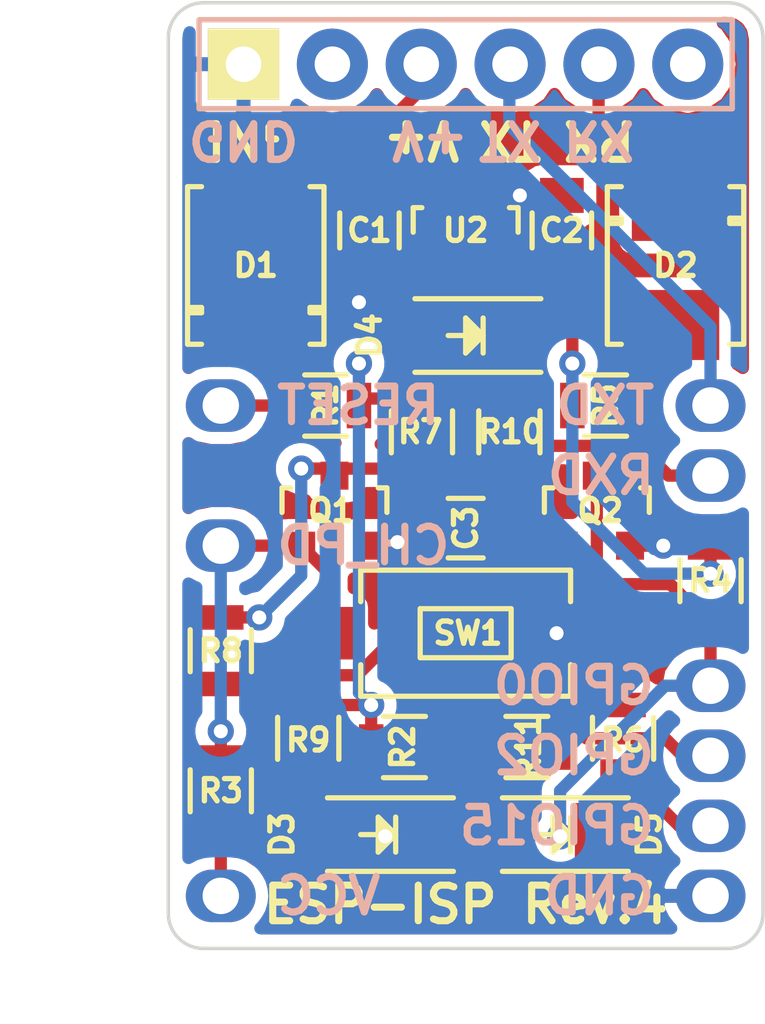
<source format=kicad_pcb>
(kicad_pcb (version 4) (host pcbnew 4.0.4-stable)

  (general
    (links 45)
    (no_connects 0)
    (area 39.171666 22.993642 60.050001 53.770001)
    (thickness 1.6)
    (drawings 28)
    (tracks 104)
    (zones 0)
    (modules 25)
    (nets 18)
  )

  (page User 101.6 101.6)
  (title_block
    (title TinyTemp)
    (date 2016-07-26)
    (rev 4)
  )

  (layers
    (0 F.Cu mixed)
    (31 B.Cu mixed)
    (35 F.Paste user hide)
    (36 B.SilkS user)
    (37 F.SilkS user)
    (38 B.Mask user hide)
    (39 F.Mask user hide)
    (40 Dwgs.User user)
    (44 Edge.Cuts user)
  )

  (setup
    (last_trace_width 0.35)
    (trace_clearance 0.175)
    (zone_clearance 0.35)
    (zone_45_only no)
    (trace_min 0.175)
    (segment_width 0.2032)
    (edge_width 0.1)
    (via_size 0.75)
    (via_drill 0.4)
    (via_min_size 0.75)
    (via_min_drill 0.4)
    (uvia_size 0.75)
    (uvia_drill 0.4)
    (uvias_allowed no)
    (uvia_min_size 0.75)
    (uvia_min_drill 0.4)
    (pcb_text_width 0.2032)
    (pcb_text_size 0.635 0.635)
    (mod_edge_width 0.2032)
    (mod_text_size 0.635 0.635)
    (mod_text_width 0.1524)
    (pad_size 2.032 2.032)
    (pad_drill 1.016)
    (pad_to_mask_clearance 0)
    (pad_to_paste_clearance -0.0635)
    (aux_axis_origin 43 24)
    (grid_origin 43 24)
    (visible_elements FFFEFF7F)
    (pcbplotparams
      (layerselection 0x010f8_80000001)
      (usegerberextensions true)
      (excludeedgelayer true)
      (linewidth 0.101600)
      (plotframeref false)
      (viasonmask false)
      (mode 1)
      (useauxorigin false)
      (hpglpennumber 1)
      (hpglpenspeed 20)
      (hpglpendiameter 15)
      (hpglpenoverlay 2)
      (psnegative false)
      (psa4output false)
      (plotreference true)
      (plotvalue false)
      (plotinvisibletext false)
      (padsonsilk true)
      (subtractmaskfromsilk true)
      (outputformat 1)
      (mirror false)
      (drillshape 0)
      (scaleselection 1)
      (outputdirectory gerber))
  )

  (net 0 "")
  (net 1 /GPIO0)
  (net 2 /TXD)
  (net 3 /RXD)
  (net 4 GND)
  (net 5 /RESET)
  (net 6 /GPIO2)
  (net 7 /GPIO15)
  (net 8 +3V3)
  (net 9 /CH_PD)
  (net 10 /VIN_5V)
  (net 11 /RXD_5V)
  (net 12 "Net-(C1-Pad1)")
  (net 13 "Net-(C3-Pad1)")
  (net 14 "Net-(D3-Pad2)")
  (net 15 "Net-(D4-Pad1)")
  (net 16 "Net-(D5-Pad2)")
  (net 17 "Net-(Q1-Pad3)")

  (net_class Default "This is the default net class."
    (clearance 0.175)
    (trace_width 0.35)
    (via_dia 0.75)
    (via_drill 0.4)
    (uvia_dia 0.75)
    (uvia_drill 0.4)
    (add_net +3V3)
    (add_net /CH_PD)
    (add_net /GPIO0)
    (add_net /GPIO15)
    (add_net /GPIO2)
    (add_net /RESET)
    (add_net /RXD)
    (add_net /RXD_5V)
    (add_net /TXD)
    (add_net /VIN_5V)
    (add_net GND)
    (add_net "Net-(C1-Pad1)")
    (add_net "Net-(C3-Pad1)")
    (add_net "Net-(D3-Pad2)")
    (add_net "Net-(D4-Pad1)")
    (add_net "Net-(D5-Pad2)")
    (add_net "Net-(Q1-Pad3)")
  )

  (module Resistors_SMD:R_0805 (layer F.Cu) (tedit 5798F378) (tstamp 5797D9F9)
    (at 53.25 45.25)
    (descr "Resistor SMD 0805, reflow soldering, Vishay (see dcrcw.pdf)")
    (tags "resistor 0805")
    (path /5797D3BE)
    (attr smd)
    (fp_text reference R11 (at 0.05 0 90) (layer F.SilkS)
      (effects (font (size 0.635 0.635) (thickness 0.1524)))
    )
    (fp_text value 220 (at 0 2.1) (layer F.Fab)
      (effects (font (size 0.635 0.635) (thickness 0.1524)))
    )
    (fp_line (start -1.6 -1) (end 1.6 -1) (layer F.CrtYd) (width 0.05))
    (fp_line (start -1.6 1) (end 1.6 1) (layer F.CrtYd) (width 0.05))
    (fp_line (start -1.6 -1) (end -1.6 1) (layer F.CrtYd) (width 0.05))
    (fp_line (start 1.6 -1) (end 1.6 1) (layer F.CrtYd) (width 0.05))
    (fp_line (start 0.6 0.875) (end -0.6 0.875) (layer F.SilkS) (width 0.15))
    (fp_line (start -0.6 -0.875) (end 0.6 -0.875) (layer F.SilkS) (width 0.15))
    (pad 1 smd rect (at -0.95 0) (size 0.7 1.3) (layers F.Cu F.Paste F.Mask)
      (net 8 +3V3))
    (pad 2 smd rect (at 0.95 0) (size 0.7 1.3) (layers F.Cu F.Paste F.Mask)
      (net 16 "Net-(D5-Pad2)"))
    (model Resistors_SMD.3dshapes/R_0805.wrl
      (at (xyz 0 0 0))
      (scale (xyz 1 1 1))
      (rotate (xyz 0 0 0))
    )
  )

  (module Resistors_SMD:R_0805 (layer F.Cu) (tedit 5798F3C2) (tstamp 5797D9ED)
    (at 52.75 36.25 270)
    (descr "Resistor SMD 0805, reflow soldering, Vishay (see dcrcw.pdf)")
    (tags "resistor 0805")
    (path /5798ACD3)
    (attr smd)
    (fp_text reference R10 (at 0 -0.05 360) (layer F.SilkS)
      (effects (font (size 0.635 0.635) (thickness 0.1524)))
    )
    (fp_text value 220 (at 0 2.1 270) (layer F.Fab)
      (effects (font (size 0.635 0.635) (thickness 0.1524)))
    )
    (fp_line (start -1.6 -1) (end 1.6 -1) (layer F.CrtYd) (width 0.05))
    (fp_line (start -1.6 1) (end 1.6 1) (layer F.CrtYd) (width 0.05))
    (fp_line (start -1.6 -1) (end -1.6 1) (layer F.CrtYd) (width 0.05))
    (fp_line (start 1.6 -1) (end 1.6 1) (layer F.CrtYd) (width 0.05))
    (fp_line (start 0.6 0.875) (end -0.6 0.875) (layer F.SilkS) (width 0.15))
    (fp_line (start -0.6 -0.875) (end 0.6 -0.875) (layer F.SilkS) (width 0.15))
    (pad 1 smd rect (at -0.95 0 270) (size 0.7 1.3) (layers F.Cu F.Paste F.Mask)
      (net 15 "Net-(D4-Pad1)"))
    (pad 2 smd rect (at 0.95 0 270) (size 0.7 1.3) (layers F.Cu F.Paste F.Mask)
      (net 3 /RXD))
    (model Resistors_SMD.3dshapes/R_0805.wrl
      (at (xyz 0 0 0))
      (scale (xyz 1 1 1))
      (rotate (xyz 0 0 0))
    )
  )

  (module Resistors_SMD:R_0805 (layer F.Cu) (tedit 5798F34F) (tstamp 5797D9E1)
    (at 47 45 90)
    (descr "Resistor SMD 0805, reflow soldering, Vishay (see dcrcw.pdf)")
    (tags "resistor 0805")
    (path /579896DA)
    (attr smd)
    (fp_text reference R9 (at -0.05 0 180) (layer F.SilkS)
      (effects (font (size 0.635 0.635) (thickness 0.1524)))
    )
    (fp_text value 220 (at 0 2.1 90) (layer F.Fab)
      (effects (font (size 0.635 0.635) (thickness 0.1524)))
    )
    (fp_line (start -1.6 -1) (end 1.6 -1) (layer F.CrtYd) (width 0.05))
    (fp_line (start -1.6 1) (end 1.6 1) (layer F.CrtYd) (width 0.05))
    (fp_line (start -1.6 -1) (end -1.6 1) (layer F.CrtYd) (width 0.05))
    (fp_line (start 1.6 -1) (end 1.6 1) (layer F.CrtYd) (width 0.05))
    (fp_line (start 0.6 0.875) (end -0.6 0.875) (layer F.SilkS) (width 0.15))
    (fp_line (start -0.6 -0.875) (end 0.6 -0.875) (layer F.SilkS) (width 0.15))
    (pad 1 smd rect (at -0.95 0 90) (size 0.7 1.3) (layers F.Cu F.Paste F.Mask)
      (net 14 "Net-(D3-Pad2)"))
    (pad 2 smd rect (at 0.95 0 90) (size 0.7 1.3) (layers F.Cu F.Paste F.Mask)
      (net 8 +3V3))
    (model Resistors_SMD.3dshapes/R_0805.wrl
      (at (xyz 0 0 0))
      (scale (xyz 1 1 1))
      (rotate (xyz 0 0 0))
    )
  )

  (module Resistors_SMD:R_0805 (layer F.Cu) (tedit 5798F3EE) (tstamp 5797D9D5)
    (at 44.5 42.5 270)
    (descr "Resistor SMD 0805, reflow soldering, Vishay (see dcrcw.pdf)")
    (tags "resistor 0805")
    (path /5797C279)
    (attr smd)
    (fp_text reference R8 (at 0 0 360) (layer F.SilkS)
      (effects (font (size 0.635 0.635) (thickness 0.1524)))
    )
    (fp_text value 1M (at 0 2.1 270) (layer F.Fab)
      (effects (font (size 0.635 0.635) (thickness 0.1524)))
    )
    (fp_line (start -1.6 -1) (end 1.6 -1) (layer F.CrtYd) (width 0.05))
    (fp_line (start -1.6 1) (end 1.6 1) (layer F.CrtYd) (width 0.05))
    (fp_line (start -1.6 -1) (end -1.6 1) (layer F.CrtYd) (width 0.05))
    (fp_line (start 1.6 -1) (end 1.6 1) (layer F.CrtYd) (width 0.05))
    (fp_line (start 0.6 0.875) (end -0.6 0.875) (layer F.SilkS) (width 0.15))
    (fp_line (start -0.6 -0.875) (end 0.6 -0.875) (layer F.SilkS) (width 0.15))
    (pad 1 smd rect (at -0.95 0 270) (size 0.7 1.3) (layers F.Cu F.Paste F.Mask)
      (net 17 "Net-(Q1-Pad3)"))
    (pad 2 smd rect (at 0.95 0 270) (size 0.7 1.3) (layers F.Cu F.Paste F.Mask)
      (net 13 "Net-(C3-Pad1)"))
    (model Resistors_SMD.3dshapes/R_0805.wrl
      (at (xyz 0 0 0))
      (scale (xyz 1 1 1))
      (rotate (xyz 0 0 0))
    )
  )

  (module Resistors_SMD:R_0805 (layer F.Cu) (tedit 5798F3A5) (tstamp 5797D9C9)
    (at 50.25 36.25 270)
    (descr "Resistor SMD 0805, reflow soldering, Vishay (see dcrcw.pdf)")
    (tags "resistor 0805")
    (path /5797CE15)
    (attr smd)
    (fp_text reference R7 (at 0 0.05 360) (layer F.SilkS)
      (effects (font (size 0.635 0.635) (thickness 0.1524)))
    )
    (fp_text value 1M (at 0 2.1 270) (layer F.Fab)
      (effects (font (size 0.635 0.635) (thickness 0.1524)))
    )
    (fp_line (start -1.6 -1) (end 1.6 -1) (layer F.CrtYd) (width 0.05))
    (fp_line (start -1.6 1) (end 1.6 1) (layer F.CrtYd) (width 0.05))
    (fp_line (start -1.6 -1) (end -1.6 1) (layer F.CrtYd) (width 0.05))
    (fp_line (start 1.6 -1) (end 1.6 1) (layer F.CrtYd) (width 0.05))
    (fp_line (start 0.6 0.875) (end -0.6 0.875) (layer F.SilkS) (width 0.15))
    (fp_line (start -0.6 -0.875) (end 0.6 -0.875) (layer F.SilkS) (width 0.15))
    (pad 1 smd rect (at -0.95 0 270) (size 0.7 1.3) (layers F.Cu F.Paste F.Mask)
      (net 8 +3V3))
    (pad 2 smd rect (at 0.95 0 270) (size 0.7 1.3) (layers F.Cu F.Paste F.Mask)
      (net 17 "Net-(Q1-Pad3)"))
    (model Resistors_SMD.3dshapes/R_0805.wrl
      (at (xyz 0 0 0))
      (scale (xyz 1 1 1))
      (rotate (xyz 0 0 0))
    )
  )

  (module Resistors_SMD:R_0805 (layer F.Cu) (tedit 5798F360) (tstamp 5797D9BD)
    (at 56 45 90)
    (descr "Resistor SMD 0805, reflow soldering, Vishay (see dcrcw.pdf)")
    (tags "resistor 0805")
    (path /571E46D6)
    (attr smd)
    (fp_text reference R6 (at -0.05 0 180) (layer F.SilkS)
      (effects (font (size 0.635 0.635) (thickness 0.1524)))
    )
    (fp_text value 10K (at 0 2.1 90) (layer F.Fab)
      (effects (font (size 0.635 0.635) (thickness 0.1524)))
    )
    (fp_line (start -1.6 -1) (end 1.6 -1) (layer F.CrtYd) (width 0.05))
    (fp_line (start -1.6 1) (end 1.6 1) (layer F.CrtYd) (width 0.05))
    (fp_line (start -1.6 -1) (end -1.6 1) (layer F.CrtYd) (width 0.05))
    (fp_line (start 1.6 -1) (end 1.6 1) (layer F.CrtYd) (width 0.05))
    (fp_line (start 0.6 0.875) (end -0.6 0.875) (layer F.SilkS) (width 0.15))
    (fp_line (start -0.6 -0.875) (end 0.6 -0.875) (layer F.SilkS) (width 0.15))
    (pad 1 smd rect (at -0.95 0 90) (size 0.7 1.3) (layers F.Cu F.Paste F.Mask)
      (net 7 /GPIO15))
    (pad 2 smd rect (at 0.95 0 90) (size 0.7 1.3) (layers F.Cu F.Paste F.Mask)
      (net 4 GND))
    (model Resistors_SMD.3dshapes/R_0805.wrl
      (at (xyz 0 0 0))
      (scale (xyz 1 1 1))
      (rotate (xyz 0 0 0))
    )
  )

  (module TO_SOT_Packages_SMD:SOT-23 (layer F.Cu) (tedit 5798F3B4) (tstamp 5797D9B1)
    (at 55.25 38.5)
    (descr "SOT-23, Standard")
    (tags SOT-23)
    (path /5797BE75)
    (attr smd)
    (fp_text reference Q2 (at 0.1 0) (layer F.SilkS)
      (effects (font (size 0.635 0.635) (thickness 0.1524)))
    )
    (fp_text value 2N7002 (at 0 2.3) (layer F.Fab)
      (effects (font (size 0.635 0.635) (thickness 0.1524)))
    )
    (fp_line (start -1.65 -1.6) (end 1.65 -1.6) (layer F.CrtYd) (width 0.05))
    (fp_line (start 1.65 -1.6) (end 1.65 1.6) (layer F.CrtYd) (width 0.05))
    (fp_line (start 1.65 1.6) (end -1.65 1.6) (layer F.CrtYd) (width 0.05))
    (fp_line (start -1.65 1.6) (end -1.65 -1.6) (layer F.CrtYd) (width 0.05))
    (fp_line (start 1.29916 -0.65024) (end 1.2509 -0.65024) (layer F.SilkS) (width 0.15))
    (fp_line (start -1.49982 0.0508) (end -1.49982 -0.65024) (layer F.SilkS) (width 0.15))
    (fp_line (start -1.49982 -0.65024) (end -1.2509 -0.65024) (layer F.SilkS) (width 0.15))
    (fp_line (start 1.29916 -0.65024) (end 1.49982 -0.65024) (layer F.SilkS) (width 0.15))
    (fp_line (start 1.49982 -0.65024) (end 1.49982 0.0508) (layer F.SilkS) (width 0.15))
    (pad 1 smd rect (at -0.95 1.00076) (size 0.8001 0.8001) (layers F.Cu F.Paste F.Mask)
      (net 13 "Net-(C3-Pad1)"))
    (pad 2 smd rect (at 0.95 1.00076) (size 0.8001 0.8001) (layers F.Cu F.Paste F.Mask)
      (net 4 GND))
    (pad 3 smd rect (at 0 -0.99822) (size 0.8001 0.8001) (layers F.Cu F.Paste F.Mask)
      (net 1 /GPIO0))
    (model TO_SOT_Packages_SMD.3dshapes/SOT-23.wrl
      (at (xyz 0 0 0))
      (scale (xyz 1 1 1))
      (rotate (xyz 0 0 0))
    )
  )

  (module TO_SOT_Packages_SMD:SOT-23 (layer F.Cu) (tedit 5798F3B8) (tstamp 5797D9A1)
    (at 47.75 38.5)
    (descr "SOT-23, Standard")
    (tags SOT-23)
    (path /5797BE1C)
    (attr smd)
    (fp_text reference Q1 (at -0.1 0) (layer F.SilkS)
      (effects (font (size 0.635 0.635) (thickness 0.1524)))
    )
    (fp_text value 2N7002 (at 0 2.3) (layer F.Fab)
      (effects (font (size 0.635 0.635) (thickness 0.1524)))
    )
    (fp_line (start -1.65 -1.6) (end 1.65 -1.6) (layer F.CrtYd) (width 0.05))
    (fp_line (start 1.65 -1.6) (end 1.65 1.6) (layer F.CrtYd) (width 0.05))
    (fp_line (start 1.65 1.6) (end -1.65 1.6) (layer F.CrtYd) (width 0.05))
    (fp_line (start -1.65 1.6) (end -1.65 -1.6) (layer F.CrtYd) (width 0.05))
    (fp_line (start 1.29916 -0.65024) (end 1.2509 -0.65024) (layer F.SilkS) (width 0.15))
    (fp_line (start -1.49982 0.0508) (end -1.49982 -0.65024) (layer F.SilkS) (width 0.15))
    (fp_line (start -1.49982 -0.65024) (end -1.2509 -0.65024) (layer F.SilkS) (width 0.15))
    (fp_line (start 1.29916 -0.65024) (end 1.49982 -0.65024) (layer F.SilkS) (width 0.15))
    (fp_line (start 1.49982 -0.65024) (end 1.49982 0.0508) (layer F.SilkS) (width 0.15))
    (pad 1 smd rect (at -0.95 1.00076) (size 0.8001 0.8001) (layers F.Cu F.Paste F.Mask)
      (net 9 /CH_PD))
    (pad 2 smd rect (at 0.95 1.00076) (size 0.8001 0.8001) (layers F.Cu F.Paste F.Mask)
      (net 4 GND))
    (pad 3 smd rect (at 0 -0.99822) (size 0.8001 0.8001) (layers F.Cu F.Paste F.Mask)
      (net 17 "Net-(Q1-Pad3)"))
    (model TO_SOT_Packages_SMD.3dshapes/SOT-23.wrl
      (at (xyz 0 0 0))
      (scale (xyz 1 1 1))
      (rotate (xyz 0 0 0))
    )
  )

  (module LEDs:LED_1206 (layer F.Cu) (tedit 57999887) (tstamp 5797D991)
    (at 54 47.75 180)
    (descr "LED 1206 smd package")
    (tags "LED1206 SMD")
    (path /5797D43C)
    (attr smd)
    (fp_text reference D5 (at -2.75 0 450) (layer F.SilkS)
      (effects (font (size 0.635 0.635) (thickness 0.1524)))
    )
    (fp_text value RED (at 0 2 180) (layer F.Fab)
      (effects (font (size 0.635 0.635) (thickness 0.1524)))
    )
    (fp_line (start -2.15 1.05) (end 1.45 1.05) (layer F.SilkS) (width 0.15))
    (fp_line (start -2.15 -1.05) (end 1.45 -1.05) (layer F.SilkS) (width 0.15))
    (fp_line (start -0.1 -0.3) (end -0.1 0.3) (layer F.SilkS) (width 0.15))
    (fp_line (start -0.1 0.3) (end -0.4 0) (layer F.SilkS) (width 0.15))
    (fp_line (start -0.4 0) (end -0.2 -0.2) (layer F.SilkS) (width 0.15))
    (fp_line (start -0.2 -0.2) (end -0.2 0.05) (layer F.SilkS) (width 0.15))
    (fp_line (start -0.2 0.05) (end -0.25 0) (layer F.SilkS) (width 0.15))
    (fp_line (start -0.5 -0.5) (end -0.5 0.5) (layer F.SilkS) (width 0.15))
    (fp_line (start 0 0) (end 0.5 0) (layer F.SilkS) (width 0.15))
    (fp_line (start -0.5 0) (end 0 -0.5) (layer F.SilkS) (width 0.15))
    (fp_line (start 0 -0.5) (end 0 0.5) (layer F.SilkS) (width 0.15))
    (fp_line (start 0 0.5) (end -0.5 0) (layer F.SilkS) (width 0.15))
    (fp_line (start 2.5 -1.25) (end -2.5 -1.25) (layer F.CrtYd) (width 0.05))
    (fp_line (start -2.5 -1.25) (end -2.5 1.25) (layer F.CrtYd) (width 0.05))
    (fp_line (start -2.5 1.25) (end 2.5 1.25) (layer F.CrtYd) (width 0.05))
    (fp_line (start 2.5 1.25) (end 2.5 -1.25) (layer F.CrtYd) (width 0.05))
    (pad 2 smd rect (at 1.41986 0) (size 1.59766 1.80086) (layers F.Cu F.Paste F.Mask)
      (net 16 "Net-(D5-Pad2)"))
    (pad 1 smd rect (at -1.41986 0) (size 1.59766 1.80086) (layers F.Cu F.Paste F.Mask)
      (net 1 /GPIO0))
    (model LEDs.3dshapes/LED_1206.wrl
      (at (xyz 0 0 0))
      (scale (xyz 1 1 1))
      (rotate (xyz 0 0 180))
    )
  )

  (module LEDs:LED_1206 (layer F.Cu) (tedit 5799982D) (tstamp 5797D97B)
    (at 51.5 33.5 180)
    (descr "LED 1206 smd package")
    (tags "LED1206 SMD")
    (path /5798A565)
    (attr smd)
    (fp_text reference D4 (at 2.75 0 270) (layer F.SilkS)
      (effects (font (size 0.635 0.635) (thickness 0.1524)))
    )
    (fp_text value GREEN (at 0 2 180) (layer F.Fab)
      (effects (font (size 0.635 0.635) (thickness 0.1524)))
    )
    (fp_line (start -2.15 1.05) (end 1.45 1.05) (layer F.SilkS) (width 0.15))
    (fp_line (start -2.15 -1.05) (end 1.45 -1.05) (layer F.SilkS) (width 0.15))
    (fp_line (start -0.1 -0.3) (end -0.1 0.3) (layer F.SilkS) (width 0.15))
    (fp_line (start -0.1 0.3) (end -0.4 0) (layer F.SilkS) (width 0.15))
    (fp_line (start -0.4 0) (end -0.2 -0.2) (layer F.SilkS) (width 0.15))
    (fp_line (start -0.2 -0.2) (end -0.2 0.05) (layer F.SilkS) (width 0.15))
    (fp_line (start -0.2 0.05) (end -0.25 0) (layer F.SilkS) (width 0.15))
    (fp_line (start -0.5 -0.5) (end -0.5 0.5) (layer F.SilkS) (width 0.15))
    (fp_line (start 0 0) (end 0.5 0) (layer F.SilkS) (width 0.15))
    (fp_line (start -0.5 0) (end 0 -0.5) (layer F.SilkS) (width 0.15))
    (fp_line (start 0 -0.5) (end 0 0.5) (layer F.SilkS) (width 0.15))
    (fp_line (start 0 0.5) (end -0.5 0) (layer F.SilkS) (width 0.15))
    (fp_line (start 2.5 -1.25) (end -2.5 -1.25) (layer F.CrtYd) (width 0.05))
    (fp_line (start -2.5 -1.25) (end -2.5 1.25) (layer F.CrtYd) (width 0.05))
    (fp_line (start -2.5 1.25) (end 2.5 1.25) (layer F.CrtYd) (width 0.05))
    (fp_line (start 2.5 1.25) (end 2.5 -1.25) (layer F.CrtYd) (width 0.05))
    (pad 2 smd rect (at 1.41986 0) (size 1.59766 1.80086) (layers F.Cu F.Paste F.Mask)
      (net 8 +3V3))
    (pad 1 smd rect (at -1.41986 0) (size 1.59766 1.80086) (layers F.Cu F.Paste F.Mask)
      (net 15 "Net-(D4-Pad1)"))
    (model LEDs.3dshapes/LED_1206.wrl
      (at (xyz 0 0 0))
      (scale (xyz 1 1 1))
      (rotate (xyz 0 0 180))
    )
  )

  (module LEDs:LED_1206 (layer F.Cu) (tedit 5798F4E9) (tstamp 5797D965)
    (at 49 47.75 180)
    (descr "LED 1206 smd package")
    (tags "LED1206 SMD")
    (path /57989826)
    (attr smd)
    (fp_text reference D3 (at 2.75 0 270) (layer F.SilkS)
      (effects (font (size 0.635 0.635) (thickness 0.1524)))
    )
    (fp_text value GREEN (at 0 2 180) (layer F.Fab)
      (effects (font (size 0.635 0.635) (thickness 0.1524)))
    )
    (fp_line (start -2.15 1.05) (end 1.45 1.05) (layer F.SilkS) (width 0.15))
    (fp_line (start -2.15 -1.05) (end 1.45 -1.05) (layer F.SilkS) (width 0.15))
    (fp_line (start -0.1 -0.3) (end -0.1 0.3) (layer F.SilkS) (width 0.15))
    (fp_line (start -0.1 0.3) (end -0.4 0) (layer F.SilkS) (width 0.15))
    (fp_line (start -0.4 0) (end -0.2 -0.2) (layer F.SilkS) (width 0.15))
    (fp_line (start -0.2 -0.2) (end -0.2 0.05) (layer F.SilkS) (width 0.15))
    (fp_line (start -0.2 0.05) (end -0.25 0) (layer F.SilkS) (width 0.15))
    (fp_line (start -0.5 -0.5) (end -0.5 0.5) (layer F.SilkS) (width 0.15))
    (fp_line (start 0 0) (end 0.5 0) (layer F.SilkS) (width 0.15))
    (fp_line (start -0.5 0) (end 0 -0.5) (layer F.SilkS) (width 0.15))
    (fp_line (start 0 -0.5) (end 0 0.5) (layer F.SilkS) (width 0.15))
    (fp_line (start 0 0.5) (end -0.5 0) (layer F.SilkS) (width 0.15))
    (fp_line (start 2.5 -1.25) (end -2.5 -1.25) (layer F.CrtYd) (width 0.05))
    (fp_line (start -2.5 -1.25) (end -2.5 1.25) (layer F.CrtYd) (width 0.05))
    (fp_line (start -2.5 1.25) (end 2.5 1.25) (layer F.CrtYd) (width 0.05))
    (fp_line (start 2.5 1.25) (end 2.5 -1.25) (layer F.CrtYd) (width 0.05))
    (pad 2 smd rect (at 1.41986 0) (size 1.59766 1.80086) (layers F.Cu F.Paste F.Mask)
      (net 14 "Net-(D3-Pad2)"))
    (pad 1 smd rect (at -1.41986 0) (size 1.59766 1.80086) (layers F.Cu F.Paste F.Mask)
      (net 4 GND))
    (model LEDs.3dshapes/LED_1206.wrl
      (at (xyz 0 0 0))
      (scale (xyz 1 1 1))
      (rotate (xyz 0 0 180))
    )
  )

  (module Capacitors_SMD:C_0805 (layer F.Cu) (tedit 579999B6) (tstamp 5797D94F)
    (at 51.5 39 180)
    (descr "Capacitor SMD 0805, reflow soldering, AVX (see smccp.pdf)")
    (tags "capacitor 0805")
    (path /5797C465)
    (attr smd)
    (fp_text reference C3 (at 0 0 270) (layer F.SilkS)
      (effects (font (size 0.635 0.635) (thickness 0.1524)))
    )
    (fp_text value 2.2uF (at 0 2.1 180) (layer F.Fab)
      (effects (font (size 0.635 0.635) (thickness 0.1524)))
    )
    (fp_line (start -1.8 -1) (end 1.8 -1) (layer F.CrtYd) (width 0.05))
    (fp_line (start -1.8 1) (end 1.8 1) (layer F.CrtYd) (width 0.05))
    (fp_line (start -1.8 -1) (end -1.8 1) (layer F.CrtYd) (width 0.05))
    (fp_line (start 1.8 -1) (end 1.8 1) (layer F.CrtYd) (width 0.05))
    (fp_line (start 0.5 -0.85) (end -0.5 -0.85) (layer F.SilkS) (width 0.15))
    (fp_line (start -0.5 0.85) (end 0.5 0.85) (layer F.SilkS) (width 0.15))
    (pad 1 smd rect (at -1 0 180) (size 1 1.25) (layers F.Cu F.Paste F.Mask)
      (net 13 "Net-(C3-Pad1)"))
    (pad 2 smd rect (at 1 0 180) (size 1 1.25) (layers F.Cu F.Paste F.Mask)
      (net 4 GND))
    (model Capacitors_SMD.3dshapes/C_0805.wrl
      (at (xyz 0 0 0))
      (scale (xyz 1 1 1))
      (rotate (xyz 0 0 0))
    )
  )

  (module my_footprints:SMD_PUSHBUTTON_3.6x6.0mm (layer F.Cu) (tedit 57609D33) (tstamp 575F31B9)
    (at 51.5 42 270)
    (path /571E4629)
    (fp_text reference SW1 (at 0 -0.063 360) (layer F.SilkS)
      (effects (font (size 0.635 0.635) (thickness 0.1524)))
    )
    (fp_text value RESET (at 0 -5.9 270) (layer F.Fab)
      (effects (font (size 0.635 0.635) (thickness 0.1524)))
    )
    (fp_line (start 0.9 3) (end 1.8 3) (layer F.SilkS) (width 0.15))
    (fp_line (start -1.8 3) (end -0.9 3) (layer F.SilkS) (width 0.15))
    (fp_line (start 0.9 -3) (end 1.8 -3) (layer F.SilkS) (width 0.15))
    (fp_line (start -1.8 -3) (end -0.9 -3) (layer F.SilkS) (width 0.15))
    (fp_line (start -0.7 -1.3) (end 0.7 -1.3) (layer F.SilkS) (width 0.15))
    (fp_line (start -0.7 1.3) (end 0.7 1.3) (layer F.SilkS) (width 0.15))
    (fp_line (start 0.7 -1.3) (end 0.7 1.3) (layer F.SilkS) (width 0.15))
    (fp_line (start -0.7 -1.3) (end -0.7 1.3) (layer F.SilkS) (width 0.15))
    (fp_line (start -1.8 3) (end -1.8 -3) (layer F.SilkS) (width 0.15))
    (fp_line (start 1.8 -3) (end 1.8 3) (layer F.SilkS) (width 0.15))
    (pad 1 smd rect (at 0 -3.9 270) (size 1.5 1.5) (layers F.Cu F.Paste F.Mask)
      (net 4 GND))
    (pad 2 smd rect (at 0 3.9 270) (size 1.5 1.5) (layers F.Cu F.Paste F.Mask)
      (net 9 /CH_PD))
  )

  (module my_footprints:ESP-12-ISP (layer F.Cu) (tedit 57609B53) (tstamp 5729AEAA)
    (at 44.5 35.5)
    (path /572921FC)
    (fp_text reference U1 (at -0.0508 2.032) (layer F.SilkS) hide
      (effects (font (size 0.635 0.635) (thickness 0.1524)))
    )
    (fp_text value ESP-12 (at 7 1) (layer F.Fab)
      (effects (font (size 0.635 0.635) (thickness 0.1524)))
    )
    (fp_line (start -1.25 15.25) (end 15.25 15.25) (layer F.CrtYd) (width 0.05))
    (fp_line (start -1.25 -1.25) (end 15.25 -1.25) (layer F.CrtYd) (width 0.05))
    (fp_line (start -1.25 -1.25) (end -1.25 15.25) (layer F.CrtYd) (width 0.05))
    (fp_line (start 15.25 15.25) (end 15.25 -1.25) (layer F.CrtYd) (width 0.05))
    (pad 1 thru_hole oval (at 0 0) (size 2 1.5) (drill 1.0414) (layers *.Cu *.Mask)
      (net 5 /RESET))
    (pad 3 thru_hole oval (at 0 4) (size 2 1.5) (drill 1.0414) (layers *.Cu *.Mask)
      (net 9 /CH_PD))
    (pad 8 thru_hole oval (at 0 14) (size 2 1.5) (drill 1.0414) (layers *.Cu *.Mask)
      (net 8 +3V3))
    (pad 9 thru_hole oval (at 14 14) (size 2 1.5) (drill 1.0414) (layers *.Cu *.Mask)
      (net 4 GND))
    (pad 10 thru_hole oval (at 14 12) (size 2 1.5) (drill 1.0414) (layers *.Cu *.Mask)
      (net 7 /GPIO15))
    (pad 11 thru_hole oval (at 14 10) (size 2 1.5) (drill 1.0414) (layers *.Cu *.Mask)
      (net 6 /GPIO2))
    (pad 12 thru_hole oval (at 14 8) (size 2 1.5) (drill 1.0414) (layers *.Cu *.Mask)
      (net 1 /GPIO0))
    (pad 15 thru_hole oval (at 14 2) (size 2 1.5) (drill 1.0414) (layers *.Cu *.Mask)
      (net 3 /RXD))
    (pad 16 thru_hole oval (at 14 0) (size 2 1.5) (drill 1.0414) (layers *.Cu *.Mask)
      (net 2 /TXD))
  )

  (module TO_SOT_Packages_SMD:SOT-23 (layer F.Cu) (tedit 5798F392) (tstamp 5755BDB4)
    (at 51.5 30.5)
    (descr "SOT-23, Standard")
    (tags SOT-23)
    (path /5755BC91)
    (attr smd)
    (fp_text reference U2 (at 0 0) (layer F.SilkS)
      (effects (font (size 0.635 0.635) (thickness 0.1524)))
    )
    (fp_text value XC6206 (at 0 2.3) (layer F.Fab)
      (effects (font (size 0.635 0.635) (thickness 0.1524)))
    )
    (fp_line (start -1.65 -1.6) (end 1.65 -1.6) (layer F.CrtYd) (width 0.05))
    (fp_line (start 1.65 -1.6) (end 1.65 1.6) (layer F.CrtYd) (width 0.05))
    (fp_line (start 1.65 1.6) (end -1.65 1.6) (layer F.CrtYd) (width 0.05))
    (fp_line (start -1.65 1.6) (end -1.65 -1.6) (layer F.CrtYd) (width 0.05))
    (fp_line (start 1.29916 -0.65024) (end 1.2509 -0.65024) (layer F.SilkS) (width 0.15))
    (fp_line (start -1.49982 0.0508) (end -1.49982 -0.65024) (layer F.SilkS) (width 0.15))
    (fp_line (start -1.49982 -0.65024) (end -1.2509 -0.65024) (layer F.SilkS) (width 0.15))
    (fp_line (start 1.29916 -0.65024) (end 1.49982 -0.65024) (layer F.SilkS) (width 0.15))
    (fp_line (start 1.49982 -0.65024) (end 1.49982 0.0508) (layer F.SilkS) (width 0.15))
    (pad 1 smd rect (at -0.95 1.00076) (size 0.8001 0.8001) (layers F.Cu F.Paste F.Mask)
      (net 4 GND))
    (pad 2 smd rect (at 0.95 1.00076) (size 0.8001 0.8001) (layers F.Cu F.Paste F.Mask)
      (net 8 +3V3))
    (pad 3 smd rect (at 0 -0.99822) (size 0.8001 0.8001) (layers F.Cu F.Paste F.Mask)
      (net 12 "Net-(C1-Pad1)"))
    (model TO_SOT_Packages_SMD.3dshapes/SOT-23.wrl
      (at (xyz 0 0 0))
      (scale (xyz 1 1 1))
      (rotate (xyz 0 0 0))
    )
  )

  (module Capacitors_SMD:C_0805 (layer F.Cu) (tedit 5798F38C) (tstamp 572CBF65)
    (at 54.25 30.5 90)
    (descr "Capacitor SMD 0805, reflow soldering, AVX (see smccp.pdf)")
    (tags "capacitor 0805")
    (path /5755BE08)
    (attr smd)
    (fp_text reference C2 (at 0 0 180) (layer F.SilkS)
      (effects (font (size 0.635 0.635) (thickness 0.1524)))
    )
    (fp_text value 1uF (at 0 2.1 90) (layer F.Fab)
      (effects (font (size 0.635 0.635) (thickness 0.1524)))
    )
    (fp_line (start -1.8 -1) (end 1.8 -1) (layer F.CrtYd) (width 0.05))
    (fp_line (start -1.8 1) (end 1.8 1) (layer F.CrtYd) (width 0.05))
    (fp_line (start -1.8 -1) (end -1.8 1) (layer F.CrtYd) (width 0.05))
    (fp_line (start 1.8 -1) (end 1.8 1) (layer F.CrtYd) (width 0.05))
    (fp_line (start 0.5 -0.85) (end -0.5 -0.85) (layer F.SilkS) (width 0.15))
    (fp_line (start -0.5 0.85) (end 0.5 0.85) (layer F.SilkS) (width 0.15))
    (pad 1 smd rect (at -1 0 90) (size 1 1.25) (layers F.Cu F.Paste F.Mask)
      (net 8 +3V3))
    (pad 2 smd rect (at 1 0 90) (size 1 1.25) (layers F.Cu F.Paste F.Mask)
      (net 4 GND))
    (model Capacitors_SMD.3dshapes/C_0805.wrl
      (at (xyz 0 0 0))
      (scale (xyz 1 1 1))
      (rotate (xyz 0 0 0))
    )
  )

  (module Capacitors_SMD:C_0805 (layer F.Cu) (tedit 579903A5) (tstamp 572CBF5A)
    (at 48.75 30.5 270)
    (descr "Capacitor SMD 0805, reflow soldering, AVX (see smccp.pdf)")
    (tags "capacitor 0805")
    (path /5755BDA7)
    (attr smd)
    (fp_text reference C1 (at 0 0 360) (layer F.SilkS)
      (effects (font (size 0.635 0.635) (thickness 0.1524)))
    )
    (fp_text value 1uF (at 0 2.1 270) (layer F.Fab)
      (effects (font (size 0.635 0.635) (thickness 0.1524)))
    )
    (fp_line (start -1.8 -1) (end 1.8 -1) (layer F.CrtYd) (width 0.05))
    (fp_line (start -1.8 1) (end 1.8 1) (layer F.CrtYd) (width 0.05))
    (fp_line (start -1.8 -1) (end -1.8 1) (layer F.CrtYd) (width 0.05))
    (fp_line (start 1.8 -1) (end 1.8 1) (layer F.CrtYd) (width 0.05))
    (fp_line (start 0.5 -0.85) (end -0.5 -0.85) (layer F.SilkS) (width 0.15))
    (fp_line (start -0.5 0.85) (end 0.5 0.85) (layer F.SilkS) (width 0.15))
    (pad 1 smd rect (at -1 0 270) (size 1 1.25) (layers F.Cu F.Paste F.Mask)
      (net 12 "Net-(C1-Pad1)"))
    (pad 2 smd rect (at 1 0 270) (size 1 1.25) (layers F.Cu F.Paste F.Mask)
      (net 4 GND))
    (model Capacitors_SMD.3dshapes/C_0805.wrl
      (at (xyz 0 0 0))
      (scale (xyz 1 1 1))
      (rotate (xyz 0 0 0))
    )
  )

  (module Resistors_SMD:R_0805 (layer F.Cu) (tedit 5798F3C6) (tstamp 5729AE89)
    (at 55.5 35.5 180)
    (descr "Resistor SMD 0805, reflow soldering, Vishay (see dcrcw.pdf)")
    (tags "resistor 0805")
    (path /5798A805)
    (attr smd)
    (fp_text reference R5 (at 0 0 270) (layer F.SilkS)
      (effects (font (size 0.635 0.635) (thickness 0.1524)))
    )
    (fp_text value 10K (at 0 2.1 180) (layer F.Fab)
      (effects (font (size 0.635 0.635) (thickness 0.1524)))
    )
    (fp_line (start -1.6 -1) (end 1.6 -1) (layer F.CrtYd) (width 0.05))
    (fp_line (start -1.6 1) (end 1.6 1) (layer F.CrtYd) (width 0.05))
    (fp_line (start -1.6 -1) (end -1.6 1) (layer F.CrtYd) (width 0.05))
    (fp_line (start 1.6 -1) (end 1.6 1) (layer F.CrtYd) (width 0.05))
    (fp_line (start 0.6 0.875) (end -0.6 0.875) (layer F.SilkS) (width 0.15))
    (fp_line (start -0.6 -0.875) (end 0.6 -0.875) (layer F.SilkS) (width 0.15))
    (pad 1 smd rect (at -0.95 0 180) (size 0.7 1.3) (layers F.Cu F.Paste F.Mask)
      (net 3 /RXD))
    (pad 2 smd rect (at 0.95 0 180) (size 0.7 1.3) (layers F.Cu F.Paste F.Mask)
      (net 8 +3V3))
    (model Resistors_SMD.3dshapes/R_0805.wrl
      (at (xyz 0 0 0))
      (scale (xyz 1 1 1))
      (rotate (xyz 0 0 0))
    )
  )

  (module Resistors_SMD:R_0805 (layer F.Cu) (tedit 5798F37D) (tstamp 5729AE84)
    (at 58.5 40.5 270)
    (descr "Resistor SMD 0805, reflow soldering, Vishay (see dcrcw.pdf)")
    (tags "resistor 0805")
    (path /571E46F5)
    (attr smd)
    (fp_text reference R4 (at 0 0 360) (layer F.SilkS)
      (effects (font (size 0.635 0.635) (thickness 0.1524)))
    )
    (fp_text value 10K (at 0 2.1 270) (layer F.Fab)
      (effects (font (size 0.635 0.635) (thickness 0.1524)))
    )
    (fp_line (start -1.6 -1) (end 1.6 -1) (layer F.CrtYd) (width 0.05))
    (fp_line (start -1.6 1) (end 1.6 1) (layer F.CrtYd) (width 0.05))
    (fp_line (start -1.6 -1) (end -1.6 1) (layer F.CrtYd) (width 0.05))
    (fp_line (start 1.6 -1) (end 1.6 1) (layer F.CrtYd) (width 0.05))
    (fp_line (start 0.6 0.875) (end -0.6 0.875) (layer F.SilkS) (width 0.15))
    (fp_line (start -0.6 -0.875) (end 0.6 -0.875) (layer F.SilkS) (width 0.15))
    (pad 1 smd rect (at -0.95 0 270) (size 0.7 1.3) (layers F.Cu F.Paste F.Mask)
      (net 8 +3V3))
    (pad 2 smd rect (at 0.95 0 270) (size 0.7 1.3) (layers F.Cu F.Paste F.Mask)
      (net 1 /GPIO0))
    (model Resistors_SMD.3dshapes/R_0805.wrl
      (at (xyz 0 0 0))
      (scale (xyz 1 1 1))
      (rotate (xyz 0 0 0))
    )
  )

  (module Resistors_SMD:R_0805 (layer F.Cu) (tedit 5798F342) (tstamp 5729AE7F)
    (at 44.5 46.5 270)
    (descr "Resistor SMD 0805, reflow soldering, Vishay (see dcrcw.pdf)")
    (tags "resistor 0805")
    (path /571E4720)
    (attr smd)
    (fp_text reference R3 (at 0 0 360) (layer F.SilkS)
      (effects (font (size 0.635 0.635) (thickness 0.1524)))
    )
    (fp_text value 10K (at 0 2.1 270) (layer F.Fab)
      (effects (font (size 0.635 0.635) (thickness 0.1524)))
    )
    (fp_line (start -1.6 -1) (end 1.6 -1) (layer F.CrtYd) (width 0.05))
    (fp_line (start -1.6 1) (end 1.6 1) (layer F.CrtYd) (width 0.05))
    (fp_line (start -1.6 -1) (end -1.6 1) (layer F.CrtYd) (width 0.05))
    (fp_line (start 1.6 -1) (end 1.6 1) (layer F.CrtYd) (width 0.05))
    (fp_line (start 0.6 0.875) (end -0.6 0.875) (layer F.SilkS) (width 0.15))
    (fp_line (start -0.6 -0.875) (end 0.6 -0.875) (layer F.SilkS) (width 0.15))
    (pad 1 smd rect (at -0.95 0 270) (size 0.7 1.3) (layers F.Cu F.Paste F.Mask)
      (net 9 /CH_PD))
    (pad 2 smd rect (at 0.95 0 270) (size 0.7 1.3) (layers F.Cu F.Paste F.Mask)
      (net 8 +3V3))
    (model Resistors_SMD.3dshapes/R_0805.wrl
      (at (xyz 0 0 0))
      (scale (xyz 1 1 1))
      (rotate (xyz 0 0 0))
    )
  )

  (module Resistors_SMD:R_0805 (layer F.Cu) (tedit 5798F374) (tstamp 5729AE7A)
    (at 49.75 45.25)
    (descr "Resistor SMD 0805, reflow soldering, Vishay (see dcrcw.pdf)")
    (tags "resistor 0805")
    (path /571E509B)
    (attr smd)
    (fp_text reference R2 (at -0.05 0 90) (layer F.SilkS)
      (effects (font (size 0.635 0.635) (thickness 0.1524)))
    )
    (fp_text value 10K (at 0 2.1) (layer F.Fab)
      (effects (font (size 0.635 0.635) (thickness 0.1524)))
    )
    (fp_line (start -1.6 -1) (end 1.6 -1) (layer F.CrtYd) (width 0.05))
    (fp_line (start -1.6 1) (end 1.6 1) (layer F.CrtYd) (width 0.05))
    (fp_line (start -1.6 -1) (end -1.6 1) (layer F.CrtYd) (width 0.05))
    (fp_line (start 1.6 -1) (end 1.6 1) (layer F.CrtYd) (width 0.05))
    (fp_line (start 0.6 0.875) (end -0.6 0.875) (layer F.SilkS) (width 0.15))
    (fp_line (start -0.6 -0.875) (end 0.6 -0.875) (layer F.SilkS) (width 0.15))
    (pad 1 smd rect (at -0.95 0) (size 0.7 1.3) (layers F.Cu F.Paste F.Mask)
      (net 8 +3V3))
    (pad 2 smd rect (at 0.95 0) (size 0.7 1.3) (layers F.Cu F.Paste F.Mask)
      (net 6 /GPIO2))
    (model Resistors_SMD.3dshapes/R_0805.wrl
      (at (xyz 0 0 0))
      (scale (xyz 1 1 1))
      (rotate (xyz 0 0 0))
    )
  )

  (module Resistors_SMD:R_0805 (layer F.Cu) (tedit 5798F3BD) (tstamp 5729AE75)
    (at 47.5 35.5 180)
    (descr "Resistor SMD 0805, reflow soldering, Vishay (see dcrcw.pdf)")
    (tags "resistor 0805")
    (path /571E46A1)
    (attr smd)
    (fp_text reference R1 (at 0 0 270) (layer F.SilkS)
      (effects (font (size 0.635 0.635) (thickness 0.1524)))
    )
    (fp_text value 10K (at 0 2.1 180) (layer F.Fab)
      (effects (font (size 0.635 0.635) (thickness 0.1524)))
    )
    (fp_line (start -1.6 -1) (end 1.6 -1) (layer F.CrtYd) (width 0.05))
    (fp_line (start -1.6 1) (end 1.6 1) (layer F.CrtYd) (width 0.05))
    (fp_line (start -1.6 -1) (end -1.6 1) (layer F.CrtYd) (width 0.05))
    (fp_line (start 1.6 -1) (end 1.6 1) (layer F.CrtYd) (width 0.05))
    (fp_line (start 0.6 0.875) (end -0.6 0.875) (layer F.SilkS) (width 0.15))
    (fp_line (start -0.6 -0.875) (end 0.6 -0.875) (layer F.SilkS) (width 0.15))
    (pad 1 smd rect (at -0.95 0 180) (size 0.7 1.3) (layers F.Cu F.Paste F.Mask)
      (net 8 +3V3))
    (pad 2 smd rect (at 0.95 0 180) (size 0.7 1.3) (layers F.Cu F.Paste F.Mask)
      (net 5 /RESET))
    (model Resistors_SMD.3dshapes/R_0805.wrl
      (at (xyz 0 0 0))
      (scale (xyz 1 1 1))
      (rotate (xyz 0 0 0))
    )
  )

  (module Diodes_SMD:DO-214BA (layer F.Cu) (tedit 5798F380) (tstamp 5729AE58)
    (at 57.5 31.5 270)
    (descr "Microsemi LSM115J")
    (tags "DO-214BA diode")
    (path /571FB1A4)
    (attr smd)
    (fp_text reference D2 (at 0 0 360) (layer F.SilkS)
      (effects (font (size 0.635 0.635) (thickness 0.1524)))
    )
    (fp_text value 1N5819 (at 0 3 270) (layer F.Fab)
      (effects (font (size 0.635 0.635) (thickness 0.1524)))
    )
    (fp_line (start -3 -2.25) (end 3 -2.25) (layer F.CrtYd) (width 0.05))
    (fp_line (start 3 -2.25) (end 3 2.25) (layer F.CrtYd) (width 0.05))
    (fp_line (start 3 2.25) (end -3 2.25) (layer F.CrtYd) (width 0.05))
    (fp_line (start -3 2.25) (end -3 -2.25) (layer F.CrtYd) (width 0.05))
    (fp_line (start -2.25 -1.95) (end -2.25 -1.55) (layer F.SilkS) (width 0.15))
    (fp_line (start -2.25 1.95) (end -2.25 1.55) (layer F.SilkS) (width 0.15))
    (fp_line (start 2.25 1.95) (end 2.25 1.55) (layer F.SilkS) (width 0.15))
    (fp_line (start 2.25 -1.95) (end 2.25 -1.55) (layer F.SilkS) (width 0.15))
    (fp_line (start -1.35 1.95) (end -1.35 1.55) (layer F.SilkS) (width 0.15))
    (fp_line (start -1.35 1.55) (end -1.2 1.55) (layer F.SilkS) (width 0.15))
    (fp_line (start -1.2 1.55) (end -1.2 1.95) (layer F.SilkS) (width 0.15))
    (fp_line (start -1.35 -1.95) (end -1.35 -1.55) (layer F.SilkS) (width 0.15))
    (fp_line (start -1.35 -1.55) (end -1.2 -1.55) (layer F.SilkS) (width 0.15))
    (fp_line (start -1.2 -1.55) (end -1.2 -1.95) (layer F.SilkS) (width 0.15))
    (fp_line (start -2.25 -1.95) (end 2.25 -1.95) (layer F.SilkS) (width 0.15))
    (fp_line (start 2.25 1.95) (end -2.25 1.95) (layer F.SilkS) (width 0.15))
    (pad 2 smd rect (at 1.7 0 270) (size 2 2.5) (layers F.Cu F.Paste F.Mask)
      (net 3 /RXD))
    (pad 1 smd rect (at -1.7 0 270) (size 2 2.5) (layers F.Cu F.Paste F.Mask)
      (net 11 /RXD_5V))
  )

  (module Diodes_SMD:DO-214BA (layer F.Cu) (tedit 579902EE) (tstamp 571E5E42)
    (at 45.5 31.5 90)
    (descr "Microsemi LSM115J")
    (tags "DO-214BA diode")
    (path /571E57B9)
    (attr smd)
    (fp_text reference D1 (at 0 0 180) (layer F.SilkS)
      (effects (font (size 0.635 0.635) (thickness 0.1524)))
    )
    (fp_text value 1N5819 (at 0 3 90) (layer F.Fab)
      (effects (font (size 0.635 0.635) (thickness 0.1524)))
    )
    (fp_line (start -3 -2.25) (end 3 -2.25) (layer F.CrtYd) (width 0.05))
    (fp_line (start 3 -2.25) (end 3 2.25) (layer F.CrtYd) (width 0.05))
    (fp_line (start 3 2.25) (end -3 2.25) (layer F.CrtYd) (width 0.05))
    (fp_line (start -3 2.25) (end -3 -2.25) (layer F.CrtYd) (width 0.05))
    (fp_line (start -2.25 -1.95) (end -2.25 -1.55) (layer F.SilkS) (width 0.15))
    (fp_line (start -2.25 1.95) (end -2.25 1.55) (layer F.SilkS) (width 0.15))
    (fp_line (start 2.25 1.95) (end 2.25 1.55) (layer F.SilkS) (width 0.15))
    (fp_line (start 2.25 -1.95) (end 2.25 -1.55) (layer F.SilkS) (width 0.15))
    (fp_line (start -1.35 1.95) (end -1.35 1.55) (layer F.SilkS) (width 0.15))
    (fp_line (start -1.35 1.55) (end -1.2 1.55) (layer F.SilkS) (width 0.15))
    (fp_line (start -1.2 1.55) (end -1.2 1.95) (layer F.SilkS) (width 0.15))
    (fp_line (start -1.35 -1.95) (end -1.35 -1.55) (layer F.SilkS) (width 0.15))
    (fp_line (start -1.35 -1.55) (end -1.2 -1.55) (layer F.SilkS) (width 0.15))
    (fp_line (start -1.2 -1.55) (end -1.2 -1.95) (layer F.SilkS) (width 0.15))
    (fp_line (start -2.25 -1.95) (end 2.25 -1.95) (layer F.SilkS) (width 0.15))
    (fp_line (start 2.25 1.95) (end -2.25 1.95) (layer F.SilkS) (width 0.15))
    (pad 2 smd rect (at 1.7 0 90) (size 2 2.5) (layers F.Cu F.Paste F.Mask)
      (net 10 /VIN_5V))
    (pad 1 smd rect (at -1.7 0 90) (size 2 2.5) (layers F.Cu F.Paste F.Mask)
      (net 12 "Net-(C1-Pad1)"))
  )

  (module my_footprints:Pin_Header_Simple_1x06 (layer F.Cu) (tedit 57562273) (tstamp 5755BDAB)
    (at 51.5 25.754 90)
    (descr "Through hole pin header")
    (tags "pin header")
    (path /571FDE67)
    (fp_text reference P1 (at 0 -8.001 90) (layer F.SilkS) hide
      (effects (font (size 0.635 0.635) (thickness 0.1524)))
    )
    (fp_text value FTDI_BASIC (at 0 -9.45 90) (layer F.Fab)
      (effects (font (size 0.635 0.635) (thickness 0.1524)))
    )
    (fp_line (start -1.397 -7.747) (end 1.397 -7.747) (layer B.CrtYd) (width 0.0508))
    (fp_line (start 1.397 -7.747) (end 1.397 7.747) (layer B.CrtYd) (width 0.0508))
    (fp_line (start 1.397 7.747) (end -1.397 7.747) (layer B.CrtYd) (width 0.0508))
    (fp_line (start -1.397 7.747) (end -1.397 -7.747) (layer B.CrtYd) (width 0.0508))
    (fp_line (start -1.27 -7.62) (end -1.27 7.62) (layer B.SilkS) (width 0.1524))
    (fp_line (start -1.27 7.62) (end 1.27 7.62) (layer B.SilkS) (width 0.1524))
    (fp_line (start 1.27 7.62) (end 1.27 -7.62) (layer B.SilkS) (width 0.1524))
    (fp_line (start 1.27 -7.62) (end -1.27 -7.62) (layer B.SilkS) (width 0.1524))
    (fp_line (start 1.397 7.747) (end 1.397 -7.747) (layer F.CrtYd) (width 0.0508))
    (fp_line (start -1.397 -7.747) (end -1.397 7.747) (layer F.CrtYd) (width 0.0508))
    (fp_line (start 1.27 7.62) (end 1.27 -7.62) (layer F.SilkS) (width 0.1524))
    (fp_line (start -1.27 -7.62) (end -1.27 7.62) (layer F.SilkS) (width 0.1524))
    (fp_line (start -1.397 -7.747) (end 1.397 -7.747) (layer F.CrtYd) (width 0.0508))
    (fp_line (start 1.397 7.747) (end -1.397 7.747) (layer F.CrtYd) (width 0.0508))
    (fp_line (start -1.27 7.62) (end 1.27 7.62) (layer F.SilkS) (width 0.1524))
    (fp_line (start 1.27 -7.62) (end -1.27 -7.62) (layer F.SilkS) (width 0.1524))
    (pad 6 thru_hole oval (at 0 6.35 90) (size 2.032 2.032) (drill 1.016) (layers *.Cu *.Mask))
    (pad 5 thru_hole oval (at 0 3.81 90) (size 2.032 2.032) (drill 1.016) (layers *.Cu *.Mask)
      (net 11 /RXD_5V))
    (pad 4 thru_hole oval (at 0 1.27 90) (size 2.032 2.032) (drill 1.016) (layers *.Cu *.Mask)
      (net 2 /TXD))
    (pad 1 thru_hole rect (at 0 -6.35 90) (size 2.032 2.032) (drill 1.016) (layers *.Cu *.Mask F.SilkS)
      (net 4 GND))
    (pad 2 thru_hole oval (at 0 -3.81 90) (size 2.032 2.032) (drill 1.016) (layers *.Cu *.Mask))
    (pad 3 thru_hole oval (at 0 -1.27 90) (size 2.032 2.032) (drill 1.016) (layers *.Cu *.Mask)
      (net 10 /VIN_5V))
    (model Pin_Headers.3dshapes/Pin_Header_Straight_1x06.wrl
      (at (xyz 0 0 0))
      (scale (xyz 1 1 1))
      (rotate (xyz 0 0 90))
    )
  )

  (dimension 27 (width 0.15875) (layer Dwgs.User)
    (gr_text "27 mm" (at 40.865 37.5 270) (layer Dwgs.User)
      (effects (font (size 0.635 0.635) (thickness 0.15875)))
    )
    (feature1 (pts (xy 43 51) (xy 40.23 51)))
    (feature2 (pts (xy 43 24) (xy 40.23 24)))
    (crossbar (pts (xy 41.5 24) (xy 41.5 51)))
    (arrow1a (pts (xy 41.5 51) (xy 40.913579 49.873496)))
    (arrow1b (pts (xy 41.5 51) (xy 42.086421 49.873496)))
    (arrow2a (pts (xy 41.5 24) (xy 40.913579 25.126504)))
    (arrow2b (pts (xy 41.5 24) (xy 42.086421 25.126504)))
  )
  (gr_text RX (at 55.31 27.913 180) (layer F.SilkS) (tstamp 571EC6FC)
    (effects (font (size 1.016 1.016) (thickness 0.2032)))
  )
  (gr_text TX (at 52.77 27.913 180) (layer F.SilkS) (tstamp 571EC6FD)
    (effects (font (size 1.016 1.016) (thickness 0.2032)))
  )
  (gr_text V+ (at 50.23 27.913 180) (layer F.SilkS) (tstamp 571EC6FB)
    (effects (font (size 1.016 1.016) (thickness 0.2032)))
  )
  (gr_text GND (at 45.15 27.913 180) (layer F.SilkS)
    (effects (font (size 1.016 1.016) (thickness 0.2032)))
  )
  (gr_arc (start 59 25) (end 59 24) (angle 90) (layer Edge.Cuts) (width 0.1))
  (gr_arc (start 44 25) (end 43 25) (angle 90) (layer Edge.Cuts) (width 0.1))
  (gr_arc (start 59 50) (end 60 50) (angle 90) (layer Edge.Cuts) (width 0.1))
  (gr_arc (start 44 50) (end 44 51) (angle 90) (layer Edge.Cuts) (width 0.1))
  (dimension 17 (width 0.15875) (layer Dwgs.User)
    (gr_text "17 mm" (at 51.5 53.135) (layer Dwgs.User)
      (effects (font (size 0.635 0.635) (thickness 0.15875)))
    )
    (feature1 (pts (xy 60 51) (xy 60 53.77)))
    (feature2 (pts (xy 43 51) (xy 43 53.77)))
    (crossbar (pts (xy 43 52.5) (xy 60 52.5)))
    (arrow1a (pts (xy 60 52.5) (xy 58.873496 53.086421)))
    (arrow1b (pts (xy 60 52.5) (xy 58.873496 51.913579)))
    (arrow2a (pts (xy 43 52.5) (xy 44.126504 53.086421)))
    (arrow2b (pts (xy 43 52.5) (xy 44.126504 51.913579)))
  )
  (gr_line (start 43 50) (end 43 25) (angle 90) (layer Edge.Cuts) (width 0.1))
  (gr_line (start 59 51) (end 44 51) (angle 90) (layer Edge.Cuts) (width 0.1))
  (gr_line (start 60 25) (end 60 50) (angle 90) (layer Edge.Cuts) (width 0.1))
  (gr_line (start 44 24) (end 59 24) (angle 90) (layer Edge.Cuts) (width 0.1))
  (gr_text RX (at 55.31 27.913 180) (layer B.SilkS)
    (effects (font (size 1.016 1.016) (thickness 0.2032)) (justify mirror))
  )
  (gr_text TX (at 52.77 27.913 180) (layer B.SilkS)
    (effects (font (size 1.016 1.016) (thickness 0.2032)) (justify mirror))
  )
  (gr_text V+ (at 50.484 27.913 180) (layer B.SilkS)
    (effects (font (size 1.016 1.016) (thickness 0.2032)) (justify mirror))
  )
  (gr_text GND (at 57 49.5) (layer B.SilkS)
    (effects (font (size 1.016 1.016) (thickness 0.2032)) (justify left mirror))
  )
  (gr_text GPIO15 (at 57 47.5) (layer B.SilkS)
    (effects (font (size 1.016 1.016) (thickness 0.2032)) (justify left mirror))
  )
  (gr_text GPIO2 (at 57 45.5) (layer B.SilkS)
    (effects (font (size 1.016 1.016) (thickness 0.2032)) (justify left mirror))
  )
  (gr_text GPIO0 (at 57 43.5) (layer B.SilkS)
    (effects (font (size 1.016 1.016) (thickness 0.2032)) (justify left mirror))
  )
  (gr_text RXD (at 57 37.5) (layer B.SilkS)
    (effects (font (size 1.016 1.016) (thickness 0.2032)) (justify left mirror))
  )
  (gr_text TXD (at 57 35.5) (layer B.SilkS)
    (effects (font (size 1.016 1.016) (thickness 0.2032)) (justify left mirror))
  )
  (gr_text GND (at 45.15 27.913 180) (layer B.SilkS) (tstamp 571EC6FA)
    (effects (font (size 1.016 1.016) (thickness 0.2032)) (justify mirror))
  )
  (gr_text VCC (at 46 49.5) (layer B.SilkS)
    (effects (font (size 1.016 1.016) (thickness 0.2032)) (justify right mirror))
  )
  (gr_text CH_PD (at 46 39.5) (layer B.SilkS)
    (effects (font (size 1.016 1.016) (thickness 0.2032)) (justify right mirror))
  )
  (gr_text RESET (at 46 35.5) (layer B.SilkS)
    (effects (font (size 1.016 1.016) (thickness 0.2032)) (justify right mirror))
  )
  (gr_text "ESP-ISP Rev.4" (at 51.5 49.75) (layer F.SilkS)
    (effects (font (size 1.016 1.016) (thickness 0.2032)))
  )

  (segment (start 55.25 40.15) (end 55.7 40.6) (width 0.35) (layer F.Cu) (net 1))
  (segment (start 55.7 40.6) (end 57.35 40.6) (width 0.35) (layer F.Cu) (net 1) (tstamp 57990713))
  (segment (start 58.5 41.5) (end 58.25 41.5) (width 0.35) (layer F.Cu) (net 1) (tstamp 5798DA8E))
  (segment (start 55.25 40.15) (end 55.25 37.5) (width 0.35) (layer F.Cu) (net 1) (tstamp 5799070F) (status 10))
  (segment (start 57.35 40.6) (end 58.25 41.5) (width 0.35) (layer F.Cu) (net 1) (tstamp 5799068E))
  (segment (start 58.5 43.5) (end 58.5 41.5) (width 0.35) (layer F.Cu) (net 1) (status 20))
  (segment (start 54.2 47.8) (end 54.2 46.5) (width 0.35) (layer B.Cu) (net 1))
  (segment (start 54.2 46.5) (end 57.2 43.5) (width 0.35) (layer B.Cu) (net 1) (tstamp 579844B1))
  (segment (start 55.4 47.8) (end 54.2 47.8) (width 0.35) (layer F.Cu) (net 1) (tstamp 57984482))
  (via (at 54.2 47.8) (size 0.75) (drill 0.4) (layers F.Cu B.Cu) (net 1))
  (segment (start 57.2 43.5) (end 58.5 43.5) (width 0.35) (layer B.Cu) (net 1) (tstamp 5798E2C5))
  (segment (start 58.5 35.5) (end 58.5 33.25) (width 0.35) (layer B.Cu) (net 2))
  (segment (start 52.75 27.5) (end 58.5 33.25) (width 0.35) (layer B.Cu) (net 2) (tstamp 57984376))
  (segment (start 52.75 27.5) (end 52.75 25.75) (width 0.35) (layer B.Cu) (net 2))
  (segment (start 58.5 37.5) (end 57.3 37.5) (width 0.35) (layer F.Cu) (net 3))
  (segment (start 53.05 37.2) (end 53.6 36.65) (width 0.35) (layer F.Cu) (net 3) (tstamp 57984890))
  (segment (start 53.6 36.65) (end 56.45 36.65) (width 0.35) (layer F.Cu) (net 3) (tstamp 5798489A))
  (segment (start 56.45 36.65) (end 56.45 35.5) (width 0.35) (layer F.Cu) (net 3) (tstamp 579808D2) (status 20))
  (segment (start 56.45 35.5) (end 56.45 32.7) (width 0.35) (layer F.Cu) (net 3) (tstamp 57984909) (status 20))
  (segment (start 56.45 36.65) (end 57.3 37.5) (width 0.35) (layer F.Cu) (net 3) (tstamp 579808B5))
  (segment (start 56.2 39.50076) (end 57.14924 39.50076) (width 0.35) (layer F.Cu) (net 4))
  (via (at 57.15 39.5) (size 0.75) (drill 0.4) (layers F.Cu B.Cu) (net 4))
  (segment (start 48.7 39.4) (end 49.55 39.4) (width 0.35) (layer F.Cu) (net 4) (tstamp 579851FE) (status 10))
  (segment (start 50.5 39.4) (end 49.55 39.4) (width 0.35) (layer F.Cu) (net 4) (status 10))
  (via (at 49.55 39.4) (size 0.75) (drill 0.4) (layers F.Cu B.Cu) (net 4))
  (segment (start 48.45 31.5) (end 50.6 31.5) (width 0.35) (layer F.Cu) (net 4))
  (via (at 54.1 42) (size 0.75) (drill 0.4) (layers F.Cu B.Cu) (net 4))
  (segment (start 55.7 42) (end 54.1 42) (width 0.35) (layer F.Cu) (net 4))
  (segment (start 55.7 42) (end 55.7 44.1) (width 0.35) (layer F.Cu) (net 4) (tstamp 57984FFF))
  (segment (start 48.45 31.5) (end 48.45 32.55) (width 0.35) (layer F.Cu) (net 4) (tstamp 579808E8) (status 10))
  (via (at 48.45 32.55) (size 0.75) (drill 0.4) (layers F.Cu B.Cu) (net 4))
  (segment (start 50.4 47.8) (end 49.2 47.8) (width 0.35) (layer F.Cu) (net 4))
  (via (at 49.2 47.8) (size 0.75) (drill 0.4) (layers F.Cu B.Cu) (net 4))
  (segment (start 54.25 29.5) (end 53.05 29.5) (width 0.35) (layer F.Cu) (net 4) (status 10))
  (via (at 53.05 29.5) (size 0.75) (drill 0.4) (layers F.Cu B.Cu) (net 4))
  (segment (start 44.5 35.5) (end 46.6 35.5) (width 0.35) (layer F.Cu) (net 5) (status 20))
  (segment (start 54.95 44.1) (end 51.55 44.1) (width 0.35) (layer F.Cu) (net 6) (tstamp 57984550))
  (segment (start 54.95 45) (end 54.95 44.1) (width 0.35) (layer F.Cu) (net 6) (tstamp 5798454C))
  (segment (start 58.5 45.5) (end 57.7 45.5) (width 0.35) (layer F.Cu) (net 6))
  (segment (start 57.7 45.5) (end 57.2 45) (width 0.35) (layer F.Cu) (net 6) (tstamp 57984541))
  (segment (start 57.2 45) (end 54.95 45) (width 0.35) (layer F.Cu) (net 6) (tstamp 57984548))
  (segment (start 51.55 44.1) (end 50.75 44.9) (width 0.35) (layer F.Cu) (net 6) (tstamp 57984553))
  (segment (start 58.5 47.5) (end 57.6 47.5) (width 0.35) (layer F.Cu) (net 7))
  (segment (start 56.05 45.95) (end 57.6 47.5) (width 0.35) (layer F.Cu) (net 7) (tstamp 579844CA))
  (segment (start 50.1 33.6) (end 52.2 31.5) (width 0.35) (layer F.Cu) (net 8) (tstamp 5798EA64))
  (segment (start 48.8 45.55) (end 49.65 46.4) (width 0.35) (layer F.Cu) (net 8) (tstamp 5798E959))
  (segment (start 49.65 46.4) (end 51.45 46.4) (width 0.35) (layer F.Cu) (net 8) (tstamp 5798E95C))
  (segment (start 51.45 46.4) (end 52.3 45.55) (width 0.35) (layer F.Cu) (net 8) (tstamp 5798E960))
  (segment (start 48.8 44.05) (end 48.8 45.55) (width 0.35) (layer F.Cu) (net 8))
  (segment (start 50.1 35.3) (end 50.1 33.6) (width 0.35) (layer F.Cu) (net 8) (tstamp 5798E875))
  (segment (start 48.45 35.3) (end 50.1 35.3) (width 0.35) (layer F.Cu) (net 8) (tstamp 5798E85F) (status 10))
  (segment (start 54.55 34.3) (end 54.55 31.5) (width 0.35) (layer F.Cu) (net 8))
  (segment (start 52.2 31.5) (end 54.55 31.5) (width 0.35) (layer F.Cu) (net 8))
  (segment (start 46.7 44.05) (end 45.8 44.95) (width 0.35) (layer F.Cu) (net 8))
  (segment (start 44.5 47.45) (end 44.8 47.45) (width 0.35) (layer F.Cu) (net 8))
  (segment (start 44.8 47.45) (end 45.8 46.45) (width 0.35) (layer F.Cu) (net 8) (tstamp 5798FD80))
  (segment (start 44.5 49.5) (end 44.5 47.45) (width 0.35) (layer F.Cu) (net 8))
  (segment (start 45.8 44.95) (end 45.8 46.45) (width 0.35) (layer F.Cu) (net 8) (tstamp 5798E4EF))
  (segment (start 54.55 35.5) (end 54.55 34.3) (width 0.35) (layer F.Cu) (net 8))
  (segment (start 58.5 40.3) (end 58.5 39.5) (width 0.35) (layer F.Cu) (net 8) (tstamp 5798DD24))
  (via (at 58.5 40.3) (size 0.75) (drill 0.4) (layers F.Cu B.Cu) (net 8))
  (segment (start 56.6 40.3) (end 58.5 40.3) (width 0.35) (layer B.Cu) (net 8) (tstamp 5798DD15))
  (segment (start 54.55 38.25) (end 56.6 40.3) (width 0.35) (layer B.Cu) (net 8) (tstamp 5798DD0F))
  (segment (start 54.55 34.3) (end 54.55 38.25) (width 0.35) (layer B.Cu) (net 8) (tstamp 5798DD0E))
  (via (at 54.55 34.3) (size 0.75) (drill 0.4) (layers F.Cu B.Cu) (net 8))
  (segment (start 46.7 44.05) (end 48.8 44.05) (width 0.35) (layer F.Cu) (net 8))
  (via (at 48.45 34.3) (size 0.75) (drill 0.4) (layers F.Cu B.Cu) (net 8))
  (segment (start 48.45 34.3) (end 48.45 35.3) (width 0.35) (layer F.Cu) (net 8) (tstamp 5798DC06) (status 20))
  (segment (start 48.45 43.7) (end 48.45 34.3) (width 0.35) (layer B.Cu) (net 8) (tstamp 5798DC2A))
  (segment (start 48.8 44.05) (end 48.45 43.7) (width 0.35) (layer B.Cu) (net 8) (tstamp 5798DC29))
  (via (at 48.8 44.05) (size 0.75) (drill 0.4) (layers F.Cu B.Cu) (net 8))
  (segment (start 44.5 39.5) (end 44.5 44.8) (width 0.35) (layer B.Cu) (net 9))
  (via (at 44.5 44.8) (size 0.75) (drill 0.4) (layers F.Cu B.Cu) (net 9))
  (segment (start 44.5 44.8) (end 44.5 45.55) (width 0.35) (layer F.Cu) (net 9) (status 10))
  (segment (start 46.8 39.5) (end 47.6 40.3) (width 0.35) (layer F.Cu) (net 9) (tstamp 57984712) (status 10))
  (segment (start 47.6 40.3) (end 47.6 42) (width 0.35) (layer F.Cu) (net 9) (tstamp 57984717))
  (segment (start 44.5 39.5) (end 46.8 39.5) (width 0.35) (layer F.Cu) (net 9) (tstamp 5798462F) (status 20))
  (segment (start 46 29.3) (end 47.175 28.125) (width 0.35) (layer F.Cu) (net 10) (tstamp 57980870))
  (segment (start 47.175 28.125) (end 48.575 28.125) (width 0.35) (layer F.Cu) (net 10) (tstamp 57980872))
  (segment (start 48.575 28.125) (end 50.2 26.5) (width 0.35) (layer F.Cu) (net 10) (tstamp 57980874))
  (segment (start 55.3 27.6) (end 57.5 29.8) (width 0.35) (layer F.Cu) (net 11))
  (segment (start 55.3 27.6) (end 55.3 26.5) (width 0.35) (layer F.Cu) (net 11) (tstamp 57984C42))
  (segment (start 46 33.2) (end 47.5 31.7) (width 0.35) (layer F.Cu) (net 12) (tstamp 57984C09))
  (segment (start 47.5 31.7) (end 47.5 30.6) (width 0.35) (layer F.Cu) (net 12) (tstamp 57980853))
  (segment (start 47.5 30.6) (end 48.6 29.5) (width 0.35) (layer F.Cu) (net 12) (tstamp 57980855))
  (segment (start 48.6 29.5) (end 51.5 29.5) (width 0.35) (layer F.Cu) (net 12) (tstamp 57980869) (status 10))
  (segment (start 45.9 43.2) (end 45.65 43.45) (width 0.35) (layer F.Cu) (net 13))
  (segment (start 45.9 43.2) (end 48.4 43.2) (width 0.35) (layer F.Cu) (net 13) (tstamp 5798485A))
  (segment (start 52.25 39.35) (end 48.4 43.2) (width 0.35) (layer F.Cu) (net 13) (tstamp 57984862) (status 10))
  (segment (start 45.65 43.45) (end 44.5 43.45) (width 0.35) (layer F.Cu) (net 13) (tstamp 5798FBAD))
  (segment (start 54.35 39.35) (end 52.25 39.35) (width 0.35) (layer F.Cu) (net 13) (tstamp 57984870) (status 10))
  (segment (start 47.2 46) (end 47.2 47.8) (width 0.35) (layer F.Cu) (net 14) (status 10))
  (segment (start 52.9 33.5) (end 52.9 35.3) (width 0.35) (layer F.Cu) (net 15) (tstamp 5798432F))
  (segment (start 52.6 46.7) (end 52.9 46.4) (width 0.35) (layer F.Cu) (net 16))
  (segment (start 52.6 47.8) (end 52.6 46.7) (width 0.35) (layer F.Cu) (net 16))
  (segment (start 53.35 46.4) (end 54.2 45.55) (width 0.35) (layer F.Cu) (net 16) (tstamp 579847E4))
  (segment (start 52.9 46.4) (end 53.35 46.4) (width 0.35) (layer F.Cu) (net 16) (tstamp 5798FDF7))
  (segment (start 45.6 41.55) (end 46.8 40.35) (width 0.35) (layer B.Cu) (net 17))
  (via (at 45.6 41.55) (size 0.75) (drill 0.4) (layers F.Cu B.Cu) (net 17))
  (segment (start 44.5 41.55) (end 45.6 41.55) (width 0.35) (layer F.Cu) (net 17) (tstamp 57984EC6))
  (via (at 46.8 37.3) (size 0.75) (drill 0.4) (layers F.Cu B.Cu) (net 17))
  (segment (start 46.8 37.3) (end 47.75 37.3) (width 0.35) (layer F.Cu) (net 17) (tstamp 57984F03) (status 20))
  (segment (start 46.8 40.35) (end 46.8 37.3) (width 0.35) (layer B.Cu) (net 17) (tstamp 5798D929))
  (segment (start 47.75 37.30178) (end 50.2 37.3) (width 0.35) (layer F.Cu) (net 17) (status 10))

  (zone (net 4) (net_name GND) (layer B.Cu) (tstamp 5798037B) (hatch edge 0.508)
    (connect_pads (clearance 0.35))
    (min_thickness 0.35)
    (fill yes (arc_segments 32) (thermal_gap 0.35) (thermal_bridge_width 0.4))
    (polygon
      (pts
        (xy 52.5 27.75) (xy 58.25 33.5) (xy 58.25 36) (xy 60 36) (xy 60 51)
        (xy 43 51) (xy 43 24) (xy 45.5 24) (xy 45.5 25.75) (xy 52.5 25.75)
      )
    )
    (filled_polygon
      (pts
        (xy 43.609 25.59775) (xy 43.74025 25.729) (xy 45.125 25.729) (xy 45.125 25.709) (xy 45.175 25.709)
        (xy 45.175 25.729) (xy 45.195 25.729) (xy 45.195 25.779) (xy 45.175 25.779) (xy 45.175 27.16375)
        (xy 45.30625 27.295) (xy 46.217708 27.295) (xy 46.319137 27.274825) (xy 46.414681 27.235249) (xy 46.500668 27.177794)
        (xy 46.573794 27.104668) (xy 46.631249 27.018681) (xy 46.670825 26.923137) (xy 46.673284 26.910776) (xy 46.828284 27.039003)
        (xy 47.092838 27.182047) (xy 47.380139 27.270981) (xy 47.679242 27.302418) (xy 47.978755 27.275161) (xy 48.267269 27.190246)
        (xy 48.533795 27.05091) (xy 48.768181 26.862458) (xy 48.961255 26.632362) (xy 49.136551 26.847297) (xy 49.368284 27.039003)
        (xy 49.632838 27.182047) (xy 49.920139 27.270981) (xy 50.219242 27.302418) (xy 50.518755 27.275161) (xy 50.807269 27.190246)
        (xy 51.073795 27.05091) (xy 51.308181 26.862458) (xy 51.501255 26.632362) (xy 51.676551 26.847297) (xy 51.908284 27.039003)
        (xy 52.05 27.115629) (xy 52.05 27.5) (xy 52.056318 27.564437) (xy 52.061946 27.628766) (xy 52.062971 27.632295)
        (xy 52.063331 27.635964) (xy 52.08203 27.697896) (xy 52.10006 27.759958) (xy 52.101755 27.763228) (xy 52.102818 27.766749)
        (xy 52.133176 27.823845) (xy 52.162931 27.881247) (xy 52.165226 27.884121) (xy 52.166955 27.887374) (xy 52.207847 27.937513)
        (xy 52.248162 27.988015) (xy 52.253213 27.993138) (xy 52.2533 27.993244) (xy 52.253398 27.993325) (xy 52.255025 27.994975)
        (xy 57.8 33.53995) (xy 57.8 34.308148) (xy 57.756756 34.321204) (xy 57.537047 34.438025) (xy 57.344212 34.595297)
        (xy 57.185598 34.787029) (xy 57.067245 35.005918) (xy 56.993663 35.243626) (xy 56.967652 35.491099) (xy 56.990205 35.738911)
        (xy 57.060462 35.977623) (xy 57.175747 36.198143) (xy 57.331668 36.392071) (xy 57.46067 36.500316) (xy 57.344212 36.595297)
        (xy 57.185598 36.787029) (xy 57.067245 37.005918) (xy 56.993663 37.243626) (xy 56.967652 37.491099) (xy 56.990205 37.738911)
        (xy 57.060462 37.977623) (xy 57.175747 38.198143) (xy 57.331668 38.392071) (xy 57.522288 38.55202) (xy 57.740345 38.671898)
        (xy 57.977534 38.747138) (xy 58.224819 38.774876) (xy 58.242621 38.775) (xy 58.757379 38.775) (xy 59.005028 38.750718)
        (xy 59.243244 38.678796) (xy 59.425 38.582155) (xy 59.425 42.419001) (xy 59.259655 42.328102) (xy 59.022466 42.252862)
        (xy 58.775181 42.225124) (xy 58.757379 42.225) (xy 58.242621 42.225) (xy 57.994972 42.249282) (xy 57.756756 42.321204)
        (xy 57.537047 42.438025) (xy 57.344212 42.595297) (xy 57.185598 42.787029) (xy 57.177386 42.802217) (xy 57.135654 42.806309)
        (xy 57.071235 42.811945) (xy 57.067701 42.812972) (xy 57.064036 42.813331) (xy 57.002133 42.832021) (xy 56.940042 42.85006)
        (xy 56.936772 42.851755) (xy 56.933251 42.852818) (xy 56.876155 42.883176) (xy 56.818753 42.912931) (xy 56.815879 42.915226)
        (xy 56.812626 42.916955) (xy 56.762487 42.957847) (xy 56.711985 42.998162) (xy 56.706862 43.003213) (xy 56.706756 43.0033)
        (xy 56.706675 43.003398) (xy 56.705025 43.005025) (xy 53.705025 46.005025) (xy 53.663959 46.055019) (xy 53.622421 46.104523)
        (xy 53.620648 46.107748) (xy 53.618311 46.110593) (xy 53.587752 46.167585) (xy 53.556605 46.224241) (xy 53.555492 46.22775)
        (xy 53.553753 46.230993) (xy 53.534844 46.292842) (xy 53.515297 46.354462) (xy 53.514887 46.358117) (xy 53.51381 46.36164)
        (xy 53.507273 46.425993) (xy 53.500068 46.490226) (xy 53.500018 46.497419) (xy 53.500004 46.497556) (xy 53.500016 46.497684)
        (xy 53.5 46.5) (xy 53.5 47.229242) (xy 53.407508 47.364324) (xy 53.337977 47.52655) (xy 53.301281 47.699193)
        (xy 53.298817 47.875674) (xy 53.330678 48.049274) (xy 53.395652 48.213379) (xy 53.491263 48.361738) (xy 53.61387 48.488701)
        (xy 53.758802 48.589431) (xy 53.920539 48.660093) (xy 54.092921 48.697993) (xy 54.269381 48.70169) (xy 54.443199 48.671041)
        (xy 54.607753 48.607214) (xy 54.756777 48.512641) (xy 54.884592 48.390924) (xy 54.986332 48.246699) (xy 55.058121 48.085459)
        (xy 55.097224 47.913346) (xy 55.100039 47.71175) (xy 55.065757 47.538613) (xy 54.998498 47.375431) (xy 54.900825 47.228421)
        (xy 54.9 47.22759) (xy 54.9 46.78995) (xy 57.316609 44.373341) (xy 57.331668 44.392071) (xy 57.46067 44.500316)
        (xy 57.344212 44.595297) (xy 57.185598 44.787029) (xy 57.067245 45.005918) (xy 56.993663 45.243626) (xy 56.967652 45.491099)
        (xy 56.990205 45.738911) (xy 57.060462 45.977623) (xy 57.175747 46.198143) (xy 57.331668 46.392071) (xy 57.46067 46.500316)
        (xy 57.344212 46.595297) (xy 57.185598 46.787029) (xy 57.067245 47.005918) (xy 56.993663 47.243626) (xy 56.967652 47.491099)
        (xy 56.990205 47.738911) (xy 57.060462 47.977623) (xy 57.175747 48.198143) (xy 57.331668 48.392071) (xy 57.463537 48.502722)
        (xy 57.330761 48.616117) (xy 57.175987 48.812435) (xy 57.062487 49.035176) (xy 56.99485 49.275892) (xy 57.106523 49.475)
        (xy 58.475 49.475) (xy 58.475 49.455) (xy 58.525 49.455) (xy 58.525 49.475) (xy 58.545 49.475)
        (xy 58.545 49.525) (xy 58.525 49.525) (xy 58.525 49.545) (xy 58.475 49.545) (xy 58.475 49.525)
        (xy 57.106523 49.525) (xy 56.99485 49.724108) (xy 57.062487 49.964824) (xy 57.175987 50.187565) (xy 57.330761 50.383883)
        (xy 57.378906 50.425) (xy 45.630901 50.425) (xy 45.655788 50.404703) (xy 45.814402 50.212971) (xy 45.932755 49.994082)
        (xy 46.006337 49.756374) (xy 46.032348 49.508901) (xy 46.009795 49.261089) (xy 45.939538 49.022377) (xy 45.824253 48.801857)
        (xy 45.668332 48.607929) (xy 45.477712 48.44798) (xy 45.259655 48.328102) (xy 45.022466 48.252862) (xy 44.775181 48.225124)
        (xy 44.757379 48.225) (xy 44.242621 48.225) (xy 43.994972 48.249282) (xy 43.756756 48.321204) (xy 43.575 48.417845)
        (xy 43.575 40.580999) (xy 43.740345 40.671898) (xy 43.8 40.690821) (xy 43.8 44.229242) (xy 43.707508 44.364324)
        (xy 43.637977 44.52655) (xy 43.601281 44.699193) (xy 43.598817 44.875674) (xy 43.630678 45.049274) (xy 43.695652 45.213379)
        (xy 43.791263 45.361738) (xy 43.91387 45.488701) (xy 44.058802 45.589431) (xy 44.220539 45.660093) (xy 44.392921 45.697993)
        (xy 44.569381 45.70169) (xy 44.743199 45.671041) (xy 44.907753 45.607214) (xy 45.056777 45.512641) (xy 45.184592 45.390924)
        (xy 45.286332 45.246699) (xy 45.358121 45.085459) (xy 45.397224 44.913346) (xy 45.400039 44.71175) (xy 45.365757 44.538613)
        (xy 45.298498 44.375431) (xy 45.200825 44.228421) (xy 45.2 44.22759) (xy 45.2 42.35743) (xy 45.320539 42.410093)
        (xy 45.492921 42.447993) (xy 45.669381 42.45169) (xy 45.843199 42.421041) (xy 46.007753 42.357214) (xy 46.156777 42.262641)
        (xy 46.284592 42.140924) (xy 46.386332 41.996699) (xy 46.458121 41.835459) (xy 46.497224 41.663346) (xy 46.497516 41.642434)
        (xy 47.294975 40.844975) (xy 47.336045 40.794975) (xy 47.377579 40.745477) (xy 47.379352 40.742252) (xy 47.381689 40.739407)
        (xy 47.412248 40.682415) (xy 47.443395 40.625759) (xy 47.444508 40.62225) (xy 47.446247 40.619007) (xy 47.465156 40.557158)
        (xy 47.484703 40.495538) (xy 47.485113 40.491883) (xy 47.48619 40.48836) (xy 47.492727 40.424007) (xy 47.499932 40.359774)
        (xy 47.499982 40.352581) (xy 47.499996 40.352444) (xy 47.499984 40.352316) (xy 47.5 40.35) (xy 47.5 37.869082)
        (xy 47.586332 37.746699) (xy 47.658121 37.585459) (xy 47.697224 37.413346) (xy 47.700039 37.21175) (xy 47.665757 37.038613)
        (xy 47.598498 36.875431) (xy 47.500825 36.728421) (xy 47.376458 36.603182) (xy 47.230133 36.504485) (xy 47.067425 36.436089)
        (xy 46.894531 36.400599) (xy 46.718036 36.399367) (xy 46.544663 36.43244) (xy 46.381016 36.498557) (xy 46.233328 36.595202)
        (xy 46.107224 36.718692) (xy 46.007508 36.864324) (xy 45.937977 37.02655) (xy 45.901281 37.199193) (xy 45.898817 37.375674)
        (xy 45.930678 37.549274) (xy 45.995652 37.713379) (xy 46.091263 37.861738) (xy 46.1 37.870785) (xy 46.1 40.06005)
        (xy 45.50895 40.6511) (xy 45.344663 40.68244) (xy 45.2 40.740887) (xy 45.2 40.691852) (xy 45.243244 40.678796)
        (xy 45.462953 40.561975) (xy 45.655788 40.404703) (xy 45.814402 40.212971) (xy 45.932755 39.994082) (xy 46.006337 39.756374)
        (xy 46.032348 39.508901) (xy 46.009795 39.261089) (xy 45.939538 39.022377) (xy 45.824253 38.801857) (xy 45.668332 38.607929)
        (xy 45.477712 38.44798) (xy 45.259655 38.328102) (xy 45.022466 38.252862) (xy 44.775181 38.225124) (xy 44.757379 38.225)
        (xy 44.242621 38.225) (xy 43.994972 38.249282) (xy 43.756756 38.321204) (xy 43.575 38.417845) (xy 43.575 36.580999)
        (xy 43.740345 36.671898) (xy 43.977534 36.747138) (xy 44.224819 36.774876) (xy 44.242621 36.775) (xy 44.757379 36.775)
        (xy 45.005028 36.750718) (xy 45.243244 36.678796) (xy 45.462953 36.561975) (xy 45.655788 36.404703) (xy 45.814402 36.212971)
        (xy 45.932755 35.994082) (xy 46.006337 35.756374) (xy 46.032348 35.508901) (xy 46.009795 35.261089) (xy 45.939538 35.022377)
        (xy 45.824253 34.801857) (xy 45.668332 34.607929) (xy 45.477712 34.44798) (xy 45.346189 34.375674) (xy 47.548817 34.375674)
        (xy 47.580678 34.549274) (xy 47.645652 34.713379) (xy 47.741263 34.861738) (xy 47.75 34.870785) (xy 47.75 43.7)
        (xy 47.756318 43.764437) (xy 47.761946 43.828766) (xy 47.762971 43.832295) (xy 47.763331 43.835964) (xy 47.78203 43.897896)
        (xy 47.80006 43.959958) (xy 47.801755 43.963228) (xy 47.802818 43.966749) (xy 47.833176 44.023845) (xy 47.862931 44.081247)
        (xy 47.865226 44.084121) (xy 47.866955 44.087374) (xy 47.898999 44.126664) (xy 47.930678 44.299274) (xy 47.995652 44.463379)
        (xy 48.091263 44.611738) (xy 48.21387 44.738701) (xy 48.358802 44.839431) (xy 48.520539 44.910093) (xy 48.692921 44.947993)
        (xy 48.869381 44.95169) (xy 49.043199 44.921041) (xy 49.207753 44.857214) (xy 49.356777 44.762641) (xy 49.484592 44.640924)
        (xy 49.586332 44.496699) (xy 49.658121 44.335459) (xy 49.697224 44.163346) (xy 49.700039 43.96175) (xy 49.665757 43.788613)
        (xy 49.598498 43.625431) (xy 49.500825 43.478421) (xy 49.376458 43.353182) (xy 49.230133 43.254485) (xy 49.15 43.2208)
        (xy 49.15 34.869082) (xy 49.236332 34.746699) (xy 49.308121 34.585459) (xy 49.347224 34.413346) (xy 49.34775 34.375674)
        (xy 53.648817 34.375674) (xy 53.680678 34.549274) (xy 53.745652 34.713379) (xy 53.841263 34.861738) (xy 53.85 34.870785)
        (xy 53.85 38.25) (xy 53.856318 38.314437) (xy 53.861946 38.378766) (xy 53.862971 38.382295) (xy 53.863331 38.385964)
        (xy 53.88203 38.447896) (xy 53.90006 38.509958) (xy 53.901755 38.513228) (xy 53.902818 38.516749) (xy 53.933176 38.573845)
        (xy 53.962931 38.631247) (xy 53.965226 38.634121) (xy 53.966955 38.637374) (xy 54.007847 38.687513) (xy 54.048162 38.738015)
        (xy 54.053213 38.743138) (xy 54.0533 38.743244) (xy 54.053398 38.743325) (xy 54.055025 38.744975) (xy 56.105025 40.794975)
        (xy 56.155046 40.836063) (xy 56.204523 40.877579) (xy 56.207744 40.87935) (xy 56.210593 40.88169) (xy 56.267624 40.912269)
        (xy 56.324241 40.943395) (xy 56.32775 40.944508) (xy 56.330993 40.946247) (xy 56.392842 40.965156) (xy 56.454462 40.984703)
        (xy 56.458117 40.985113) (xy 56.46164 40.98619) (xy 56.525993 40.992727) (xy 56.590226 40.999932) (xy 56.597419 40.999982)
        (xy 56.597556 40.999996) (xy 56.597684 40.999984) (xy 56.6 41) (xy 57.930127 41) (xy 58.058802 41.089431)
        (xy 58.220539 41.160093) (xy 58.392921 41.197993) (xy 58.569381 41.20169) (xy 58.743199 41.171041) (xy 58.907753 41.107214)
        (xy 59.056777 41.012641) (xy 59.184592 40.890924) (xy 59.286332 40.746699) (xy 59.358121 40.585459) (xy 59.397224 40.413346)
        (xy 59.400039 40.21175) (xy 59.365757 40.038613) (xy 59.298498 39.875431) (xy 59.200825 39.728421) (xy 59.076458 39.603182)
        (xy 58.930133 39.504485) (xy 58.767425 39.436089) (xy 58.594531 39.400599) (xy 58.418036 39.399367) (xy 58.244663 39.43244)
        (xy 58.081016 39.498557) (xy 57.933328 39.595202) (xy 57.928428 39.6) (xy 56.88995 39.6) (xy 55.25 37.96005)
        (xy 55.25 34.869082) (xy 55.336332 34.746699) (xy 55.408121 34.585459) (xy 55.447224 34.413346) (xy 55.450039 34.21175)
        (xy 55.415757 34.038613) (xy 55.348498 33.875431) (xy 55.250825 33.728421) (xy 55.126458 33.603182) (xy 54.980133 33.504485)
        (xy 54.817425 33.436089) (xy 54.644531 33.400599) (xy 54.468036 33.399367) (xy 54.294663 33.43244) (xy 54.131016 33.498557)
        (xy 53.983328 33.595202) (xy 53.857224 33.718692) (xy 53.757508 33.864324) (xy 53.687977 34.02655) (xy 53.651281 34.199193)
        (xy 53.648817 34.375674) (xy 49.34775 34.375674) (xy 49.350039 34.21175) (xy 49.315757 34.038613) (xy 49.248498 33.875431)
        (xy 49.150825 33.728421) (xy 49.026458 33.603182) (xy 48.880133 33.504485) (xy 48.717425 33.436089) (xy 48.544531 33.400599)
        (xy 48.368036 33.399367) (xy 48.194663 33.43244) (xy 48.031016 33.498557) (xy 47.883328 33.595202) (xy 47.757224 33.718692)
        (xy 47.657508 33.864324) (xy 47.587977 34.02655) (xy 47.551281 34.199193) (xy 47.548817 34.375674) (xy 45.346189 34.375674)
        (xy 45.259655 34.328102) (xy 45.022466 34.252862) (xy 44.775181 34.225124) (xy 44.757379 34.225) (xy 44.242621 34.225)
        (xy 43.994972 34.249282) (xy 43.756756 34.321204) (xy 43.575 34.417845) (xy 43.575 25.91025) (xy 43.609 25.91025)
        (xy 43.609 26.821708) (xy 43.629175 26.923137) (xy 43.668751 27.018681) (xy 43.726206 27.104668) (xy 43.799332 27.177794)
        (xy 43.885319 27.235249) (xy 43.980863 27.274825) (xy 44.082292 27.295) (xy 44.99375 27.295) (xy 45.125 27.16375)
        (xy 45.125 25.779) (xy 43.74025 25.779) (xy 43.609 25.91025) (xy 43.575 25.91025) (xy 43.575 25.028126)
        (xy 43.585799 24.917986) (xy 43.609 24.841142)
      )
    )
  )
  (zone (net 0) (net_name "") (layer B.Cu) (tstamp 57EC3EFA) (hatch edge 0.508)
    (connect_pads (clearance 0.4))
    (min_thickness 0.2)
    (fill yes (arc_segments 32) (thermal_gap 0.4) (thermal_bridge_width 0.5))
    (polygon
      (pts
        (xy 60 35.5) (xy 58.75 35.5) (xy 58.75 33) (xy 53 27.25) (xy 53 25.75)
        (xy 57.75 25.75) (xy 57.75 24) (xy 60 24)
      )
    )
    (filled_polygon
      (pts
        (xy 59.086892 24.561158) (xy 59.170478 24.586393) (xy 59.247571 24.627385) (xy 59.315224 24.682562) (xy 59.370883 24.749841)
        (xy 59.412407 24.826638) (xy 59.438225 24.910044) (xy 59.45 25.022073) (xy 59.45 34.461204) (xy 59.249685 34.351081)
        (xy 59.175 34.327389) (xy 59.175 33.25) (xy 59.168918 33.187969) (xy 59.163482 33.125833) (xy 59.162491 33.122423)
        (xy 59.162145 33.118892) (xy 59.144121 33.059192) (xy 59.126728 32.999327) (xy 59.125096 32.996178) (xy 59.124069 32.992777)
        (xy 59.094796 32.937722) (xy 59.066103 32.882368) (xy 59.063887 32.879592) (xy 59.062222 32.876461) (xy 59.022838 32.828171)
        (xy 58.983914 32.779413) (xy 58.979042 32.774472) (xy 58.97896 32.774372) (xy 58.978867 32.774295) (xy 58.977297 32.772703)
        (xy 53.425 27.220406) (xy 53.425 27.121413) (xy 53.600106 27.02987) (xy 53.83069 26.844476) (xy 54.020872 26.617825)
        (xy 54.039045 26.584768) (xy 54.047291 26.600277) (xy 54.234291 26.82956) (xy 54.462264 27.018156) (xy 54.722526 27.15888)
        (xy 55.005166 27.246371) (xy 55.299416 27.277298) (xy 55.59407 27.250482) (xy 55.877904 27.166946) (xy 56.140106 27.02987)
        (xy 56.37069 26.844476) (xy 56.560872 26.617825) (xy 56.579045 26.584768) (xy 56.587291 26.600277) (xy 56.635583 26.659488)
        (xy 56.642111 26.670119) (xy 56.660059 26.689499) (xy 56.774291 26.82956) (xy 56.840495 26.884329) (xy 56.844046 26.888163)
        (xy 56.852823 26.894527) (xy 57.002264 27.018156) (xy 57.262526 27.15888) (xy 57.545166 27.246371) (xy 57.839416 27.277298)
        (xy 58.13407 27.250482) (xy 58.417904 27.166946) (xy 58.680106 27.02987) (xy 58.91069 26.844476) (xy 59.048346 26.680423)
        (xy 59.057889 26.670119) (xy 59.060336 26.666134) (xy 59.100872 26.617825) (xy 59.193765 26.448853) (xy 59.213406 26.416869)
        (xy 59.21764 26.405424) (xy 59.243409 26.358551) (xy 59.294075 26.198833) (xy 59.316528 26.138145) (xy 59.314839 26.133377)
        (xy 59.332872 26.076529) (xy 59.365852 25.782502) (xy 59.366 25.761335) (xy 59.366 25.746665) (xy 59.337128 25.452206)
        (xy 59.314226 25.376351) (xy 59.316528 25.369855) (xy 59.293354 25.30722) (xy 59.251612 25.168962) (xy 59.220675 25.110777)
        (xy 59.213406 25.091131) (xy 59.18972 25.052559) (xy 59.112709 24.907723) (xy 59.064417 24.848512) (xy 59.057889 24.837881)
        (xy 59.039941 24.818501) (xy 58.925709 24.67844) (xy 58.859505 24.623671) (xy 58.855954 24.619837) (xy 58.847177 24.613473)
        (xy 58.770452 24.55) (xy 58.9731 24.55)
      )
    )
  )
  (zone (net 0) (net_name "") (layer F.Cu) (tstamp 57EC4328) (hatch edge 0.508)
    (connect_pads (clearance 0.35))
    (min_thickness 0.35)
    (fill yes (arc_segments 16) (thermal_gap 0.35) (thermal_bridge_width 0.4))
    (polygon
      (pts
        (xy 43 49.5) (xy 44.5 49.5) (xy 44.5 47.75) (xy 45.75 46.5) (xy 47.25 46.5)
        (xy 47.25 47.75) (xy 56 47.75) (xy 56 46) (xy 58.5 48.5) (xy 60 48.5)
        (xy 60 51) (xy 43 51)
      )
    )
    (filled_polygon
      (pts
        (xy 46.246025 48.65043) (xy 46.282633 48.844983) (xy 46.397614 49.023669) (xy 46.573054 49.143542) (xy 46.78131 49.185715)
        (xy 48.37897 49.185715) (xy 48.573523 49.149107) (xy 48.752209 49.034126) (xy 48.872082 48.858686) (xy 48.913242 48.655433)
        (xy 49.020194 48.699843) (xy 49.095055 48.699908) (xy 49.122353 48.844983) (xy 49.237334 49.023669) (xy 49.412774 49.143542)
        (xy 49.62103 49.185715) (xy 51.21869 49.185715) (xy 51.413243 49.149107) (xy 51.499739 49.093448) (xy 51.573054 49.143542)
        (xy 51.78131 49.185715) (xy 53.37897 49.185715) (xy 53.573523 49.149107) (xy 53.752209 49.034126) (xy 53.872082 48.858686)
        (xy 53.913242 48.655433) (xy 54.020194 48.699843) (xy 54.095055 48.699908) (xy 54.122353 48.844983) (xy 54.237334 49.023669)
        (xy 54.412774 49.143542) (xy 54.62103 49.185715) (xy 56.21869 49.185715) (xy 56.413243 49.149107) (xy 56.591929 49.034126)
        (xy 56.711802 48.858686) (xy 56.753975 48.65043) (xy 56.753975 47.643925) (xy 57.028323 47.918273) (xy 57.042177 47.987921)
        (xy 57.318562 48.401561) (xy 57.465887 48.5) (xy 57.318562 48.598439) (xy 57.042177 49.012079) (xy 56.945123 49.5)
        (xy 57.042177 49.987921) (xy 57.318562 50.401561) (xy 57.353641 50.425) (xy 45.646359 50.425) (xy 45.681438 50.401561)
        (xy 45.957823 49.987921) (xy 46.054877 49.5) (xy 45.957823 49.012079) (xy 45.681438 48.598439) (xy 45.267798 48.322054)
        (xy 45.244716 48.317463) (xy 45.344553 48.298677) (xy 45.523239 48.183696) (xy 45.643112 48.008256) (xy 45.685285 47.8)
        (xy 45.685285 47.554665) (xy 46.246025 46.993924)
      )
    )
  )
  (zone (net 0) (net_name "") (layer F.Cu) (tstamp 57EC4719) (hatch edge 0.508)
    (connect_pads (clearance 0.35))
    (min_thickness 0.35)
    (fill yes (arc_segments 16) (thermal_gap 0.35) (thermal_bridge_width 0.4))
    (polygon
      (pts
        (xy 57.75 25.75) (xy 57.75 24) (xy 60 24) (xy 60 34.75) (xy 56.5 34.75)
        (xy 56.5 36.75) (xy 58 38.25) (xy 58 44.25) (xy 48 44.25) (xy 48 38.75)
        (xy 43 38.75) (xy 43 24) (xy 45.5 24) (xy 45.5 25.75)
      )
    )
    (polygon
      (pts        (xy 48.5 31.75) (xy 48.5 35.75) (xy 51 35.75) (xy 51 32.75) (xy 52.25 31.5)
        (xy 54.75 31.5) (xy 54.75 29.25) (xy 48.5 29.25)
      )
    )
    (filled_polygon
      (pts
        (xy 53.401273 40.095363) (xy 53.516254 40.274049) (xy 53.691694 40.393922) (xy 53.89995 40.436095) (xy 54.615456 40.436095)
        (xy 54.755025 40.644975) (xy 54.824765 40.714715) (xy 54.65 40.714715) (xy 54.455447 40.751323) (xy 54.276761 40.866304)
        (xy 54.156888 41.041744) (xy 54.145083 41.100039) (xy 53.921764 41.099844) (xy 53.590857 41.236572) (xy 53.337462 41.489525)
        (xy 53.200157 41.820194) (xy 53.199844 42.178236) (xy 53.336572 42.509143) (xy 53.589525 42.762538) (xy 53.920194 42.899843)
        (xy 54.142947 42.900038) (xy 54.151323 42.944553) (xy 54.266304 43.123239) (xy 54.441744 43.243112) (xy 54.65 43.285285)
        (xy 55 43.285285) (xy 55 43.30135) (xy 54.976761 43.316304) (xy 54.919574 43.4) (xy 51.55 43.4)
        (xy 51.282121 43.453284) (xy 51.055025 43.605025) (xy 50.595335 44.064715) (xy 50.35 44.064715) (xy 50.29534 44.075)
        (xy 49.699978 44.075) (xy 49.700156 43.871764) (xy 49.563428 43.540857) (xy 49.310475 43.287462) (xy 49.304831 43.285119)
        (xy 52.429665 40.160285) (xy 53 40.160285) (xy 53.194553 40.123677) (xy 53.309051 40.05) (xy 53.392737 40.05)
      )
    )
    (filled_polygon
      (pts
        (xy 57.314715 41.554665) (xy 57.314715 41.8) (xy 57.351323 41.994553) (xy 57.466304 42.173239) (xy 57.641744 42.293112)
        (xy 57.758667 42.31679) (xy 57.732202 42.322054) (xy 57.318562 42.598439) (xy 57.042177 43.012079) (xy 56.986057 43.294211)
        (xy 56.858256 43.206888) (xy 56.65 43.164715) (xy 56.475034 43.164715) (xy 56.523239 43.133696) (xy 56.643112 42.958256)
        (xy 56.685285 42.75) (xy 56.685285 41.3) (xy 57.06005 41.3)
      )
    )
    (filled_polygon
      (pts
        (xy 48.885285 41.724765) (xy 48.885285 41.25) (xy 48.848677 41.055447) (xy 48.733696 40.876761) (xy 48.558256 40.756888)
        (xy 48.35 40.714715) (xy 48.3 40.714715) (xy 48.3 40.436095) (xy 49.10005 40.436095) (xy 49.294603 40.399487)
        (xy 49.449347 40.299912) (xy 49.728236 40.300156) (xy 50.059143 40.163428) (xy 50.062291 40.160285) (xy 50.449765 40.160285)
      )
    )
    (filled_polygon
      (pts
        (xy 56.805023 37.994972) (xy 56.805025 37.994975) (xy 56.907472 38.063428) (xy 57.032121 38.146716) (xy 57.166086 38.173363)
        (xy 57.318562 38.401561) (xy 57.732202 38.677946) (xy 57.755284 38.682537) (xy 57.655447 38.701323) (xy 57.623284 38.722019)
        (xy 57.329806 38.600157) (xy 56.971764 38.599844) (xy 56.862832 38.644854) (xy 56.808306 38.607598) (xy 56.60005 38.565425)
        (xy 55.95 38.565425) (xy 55.95 38.332686) (xy 56.023289 38.285526) (xy 56.143162 38.110086) (xy 56.185335 37.90183)
        (xy 56.185335 37.375285)
      )
    )
    (filled_polygon
      (pts
        (xy 54.314665 37.90183) (xy 54.351273 38.096383) (xy 54.466254 38.275069) (xy 54.55 38.33229) (xy 54.55 38.565425)
        (xy 53.89995 38.565425) (xy 53.705397 38.602033) (xy 53.630854 38.65) (xy 53.535285 38.65) (xy 53.535285 38.375)
        (xy 53.498677 38.180447) (xy 53.433398 38.079001) (xy 53.594553 38.048677) (xy 53.773239 37.933696) (xy 53.893112 37.758256)
        (xy 53.935285 37.55) (xy 53.935285 37.35) (xy 54.314665 37.35)
      )
    )
    (filled_polygon
      (pts
        (xy 45.816304 36.523239) (xy 45.991744 36.643112) (xy 46.151685 36.675501) (xy 46.037462 36.789525) (xy 45.900157 37.120194)
        (xy 45.899844 37.478236) (xy 46.036572 37.809143) (xy 46.289525 38.062538) (xy 46.620194 38.199843) (xy 46.918015 38.200103)
        (xy 46.966254 38.275069) (xy 47.141694 38.394942) (xy 47.34995 38.437115) (xy 48.15005 38.437115) (xy 48.344603 38.400507)
        (xy 48.523289 38.285526) (xy 48.643162 38.110086) (xy 48.665229 38.001115) (xy 49.329574 38.000633) (xy 49.391744 38.043112)
        (xy 49.567099 38.078622) (xy 49.506888 38.166744) (xy 49.464715 38.375) (xy 49.464715 38.499925) (xy 49.371764 38.499844)
        (xy 49.175881 38.580781) (xy 49.10005 38.565425) (xy 48.29995 38.565425) (xy 48.105397 38.602033) (xy 48.096207 38.607947)
        (xy 48.063605 38.586968) (xy 48 38.575) (xy 47.247333 38.575) (xy 47.20005 38.565425) (xy 46.39995 38.565425)
        (xy 46.349064 38.575) (xy 45.646359 38.575) (xy 45.267798 38.322054) (xy 44.779877 38.225) (xy 44.220123 38.225)
        (xy 43.732202 38.322054) (xy 43.575 38.427093) (xy 43.575 36.572907) (xy 43.732202 36.677946) (xy 44.220123 36.775)
        (xy 44.779877 36.775) (xy 45.267798 36.677946) (xy 45.681438 36.401561) (xy 45.710255 36.358433)
      )
    )
    (filled_polygon
      (pts
        (xy 51.585745 34.40043) (xy 51.622353 34.594983) (xy 51.663487 34.658908) (xy 51.606888 34.741744) (xy 51.564715 34.95)
        (xy 51.564715 35.65) (xy 51.601323 35.844553) (xy 51.716304 36.023239) (xy 51.891744 36.143112) (xy 52.1 36.185285)
        (xy 53.074766 36.185285) (xy 52.945336 36.314715) (xy 52.1 36.314715) (xy 51.905447 36.351323) (xy 51.726761 36.466304)
        (xy 51.606888 36.641744) (xy 51.564715 36.85) (xy 51.564715 37.55) (xy 51.601323 37.744553) (xy 51.716304 37.923239)
        (xy 51.724177 37.928619) (xy 51.626761 37.991304) (xy 51.506888 38.166744) (xy 51.501295 38.194362) (xy 51.498677 38.180447)
        (xy 51.383696 38.001761) (xy 51.276689 37.928646) (xy 51.393112 37.758256) (xy 51.435285 37.55) (xy 51.435285 36.85)
        (xy 51.398677 36.655447) (xy 51.283696 36.476761) (xy 51.108256 36.356888) (xy 50.9 36.314715) (xy 49.6 36.314715)
        (xy 49.405447 36.351323) (xy 49.226761 36.466304) (xy 49.134882 36.600773) (xy 49.068923 36.600821) (xy 49.173239 36.533696)
        (xy 49.293112 36.358256) (xy 49.335285 36.15) (xy 49.335285 36.104535) (xy 49.391744 36.143112) (xy 49.6 36.185285)
        (xy 50.9 36.185285) (xy 51.094553 36.148677) (xy 51.273239 36.033696) (xy 51.393112 35.858256) (xy 51.435285 35.65)
        (xy 51.435285 34.95) (xy 51.398677 34.755447) (xy 51.337143 34.659821) (xy 51.372082 34.608686) (xy 51.414255 34.40043)
        (xy 51.414255 33.275695) (xy 51.585745 33.104205)
      )
    )
    (filled_polygon
      (pts
        (xy 47.549844 32.728236) (xy 47.686572 33.059143) (xy 47.939525 33.312538) (xy 48.210623 33.425107) (xy 47.940857 33.536572)
        (xy 47.687462 33.789525) (xy 47.550157 34.120194) (xy 47.549844 34.478236) (xy 47.613441 34.632153) (xy 47.606888 34.641744)
        (xy 47.564715 34.85) (xy 47.564715 36.15) (xy 47.601323 36.344553) (xy 47.716304 36.523239) (xy 47.779538 36.566445)
        (xy 47.34995 36.566445) (xy 47.341075 36.568115) (xy 47.310475 36.537462) (xy 47.279464 36.524585) (xy 47.393112 36.358256)
        (xy 47.435285 36.15) (xy 47.435285 34.85) (xy 47.398677 34.655447) (xy 47.283696 34.476761) (xy 47.224119 34.436054)
        (xy 47.243112 34.408256) (xy 47.285285 34.2) (xy 47.285285 32.904665) (xy 47.549921 32.640029)
      )
    )
    (filled_polygon
      (pts
        (xy 59.15833 24.617759) (xy 59.292555 24.707445) (xy 59.382241 24.841669) (xy 59.425 25.056634) (xy 59.425 34.427093)
        (xy 59.267798 34.322054) (xy 59.260848 34.320672) (xy 59.285285 34.2) (xy 59.285285 32.2) (xy 59.248677 32.005447)
        (xy 59.133696 31.826761) (xy 58.958256 31.706888) (xy 58.75 31.664715) (xy 56.25 31.664715) (xy 56.055447 31.701323)
        (xy 55.876761 31.816304) (xy 55.756888 31.991744) (xy 55.714715 32.2) (xy 55.714715 34.2) (xy 55.75 34.387522)
        (xy 55.75 34.45135) (xy 55.726761 34.466304) (xy 55.606888 34.641744) (xy 55.564715 34.85) (xy 55.564715 35.95)
        (xy 55.435285 35.95) (xy 55.435285 34.85) (xy 55.398677 34.655447) (xy 55.385448 34.634888) (xy 55.449843 34.479806)
        (xy 55.450156 34.121764) (xy 55.313428 33.790857) (xy 55.25 33.727318) (xy 55.25 32.381119) (xy 55.368112 32.208256)
        (xy 55.410285 32) (xy 55.410285 31) (xy 55.373677 30.805447) (xy 55.258696 30.626761) (xy 55.083256 30.506888)
        (xy 55.055638 30.501295) (xy 55.069553 30.498677) (xy 55.248239 30.383696) (xy 55.368112 30.208256) (xy 55.410285 30)
        (xy 55.410285 29) (xy 55.373677 28.805447) (xy 55.258696 28.626761) (xy 55.083256 28.506888) (xy 54.875 28.464715)
        (xy 53.625 28.464715) (xy 53.430447 28.501323) (xy 53.258402 28.612031) (xy 53.229806 28.600157) (xy 52.871764 28.599844)
        (xy 52.540857 28.736572) (xy 52.387473 28.889688) (xy 52.283746 28.728491) (xy 52.108306 28.608618) (xy 51.90005 28.566445)
        (xy 51.09995 28.566445) (xy 50.905397 28.603053) (xy 50.726711 28.718034) (xy 50.670706 28.8) (xy 49.870172 28.8)
        (xy 49.758696 28.626761) (xy 49.583256 28.506888) (xy 49.375 28.464715) (xy 49.225235 28.464715) (xy 50.398221 27.291729)
        (xy 50.819715 27.207888) (xy 51.319652 26.873842) (xy 51.5 26.603931) (xy 51.680348 26.873842) (xy 52.180285 27.207888)
        (xy 52.77 27.32519) (xy 53.359715 27.207888) (xy 53.859652 26.873842) (xy 54.04 26.603931) (xy 54.220348 26.873842)
        (xy 54.6 27.127516) (xy 54.6 27.6) (xy 54.653284 27.867879) (xy 54.805025 28.094975) (xy 55.714715 29.004665)
        (xy 55.714715 30.8) (xy 55.751323 30.994553) (xy 55.866304 31.173239) (xy 56.041744 31.293112) (xy 56.25 31.335285)
        (xy 58.75 31.335285) (xy 58.944553 31.298677) (xy 59.123239 31.183696) (xy 59.243112 31.008256) (xy 59.285285 30.8)
        (xy 59.285285 28.8) (xy 59.248677 28.605447) (xy 59.133696 28.426761) (xy 58.958256 28.306888) (xy 58.75 28.264715)
        (xy 56.954665 28.264715) (xy 56 27.31005) (xy 56 27.14088) (xy 56.399652 26.873842) (xy 56.576626 26.60898)
        (xy 56.599095 26.632509) (xy 56.760348 26.873842) (xy 56.951558 27.001604) (xy 56.964567 27.015227) (xy 56.986317 27.024829)
        (xy 57.260285 27.207888) (xy 57.85 27.32519) (xy 58.439715 27.207888) (xy 58.713683 27.024829) (xy 58.735433 27.015227)
        (xy 58.748442 27.001604) (xy 58.939652 26.873842) (xy 59.100905 26.632509) (xy 59.150684 26.580381) (xy 59.171317 26.527129)
        (xy 59.273698 26.373905) (xy 59.319073 26.145788) (xy 59.367918 26.019726) (xy 59.351433 25.983107) (xy 59.391 25.78419)
        (xy 59.391 25.72381) (xy 59.351433 25.524893) (xy 59.367918 25.488274) (xy 59.319073 25.362212) (xy 59.273698 25.134095)
        (xy 59.171317 24.980871) (xy 59.150684 24.927619) (xy 59.100905 24.875491) (xy 58.939652 24.634158) (xy 58.851115 24.575)
        (xy 58.943366 24.575)
      )
    )
    (filled_polygon
      (pts
        (xy 43.598715 26.77) (xy 43.635323 26.964553) (xy 43.750304 27.143239) (xy 43.925744 27.263112) (xy 44.134 27.305285)
        (xy 46.166 27.305285) (xy 46.360553 27.268677) (xy 46.539239 27.153696) (xy 46.659112 26.978256) (xy 46.670733 26.920871)
        (xy 46.791558 27.001604) (xy 46.804567 27.015227) (xy 46.826317 27.024829) (xy 47.100285 27.207888) (xy 47.69 27.32519)
        (xy 48.279715 27.207888) (xy 48.553683 27.024829) (xy 48.575433 27.015227) (xy 48.588442 27.001604) (xy 48.779652 26.873842)
        (xy 48.940905 26.632509) (xy 48.963374 26.60898) (xy 49.018527 26.691523) (xy 48.28505 27.425) (xy 47.175 27.425)
        (xy 46.907121 27.478284) (xy 46.680025 27.630025) (xy 46.045335 28.264715) (xy 44.25 28.264715) (xy 44.055447 28.301323)
        (xy 43.876761 28.416304) (xy 43.756888 28.591744) (xy 43.714715 28.8) (xy 43.714715 30.8) (xy 43.751323 30.994553)
        (xy 43.866304 31.173239) (xy 44.041744 31.293112) (xy 44.25 31.335285) (xy 46.75 31.335285) (xy 46.8 31.325877)
        (xy 46.8 31.41005) (xy 46.545335 31.664715) (xy 44.25 31.664715) (xy 44.055447 31.701323) (xy 43.876761 31.816304)
        (xy 43.756888 31.991744) (xy 43.714715 32.2) (xy 43.714715 34.2) (xy 43.737484 34.321003) (xy 43.732202 34.322054)
        (xy 43.575 34.427093) (xy 43.575 25.056634) (xy 43.598715 24.93741)
      )
    )
    (filled_polygon
      (pts
        (xy 47.589715 29) (xy 47.589715 29.520335) (xy 47.285285 29.824765) (xy 47.285285 29.004665) (xy 47.46495 28.825)
        (xy 47.625153 28.825)
      )
    )
  )
)

</source>
